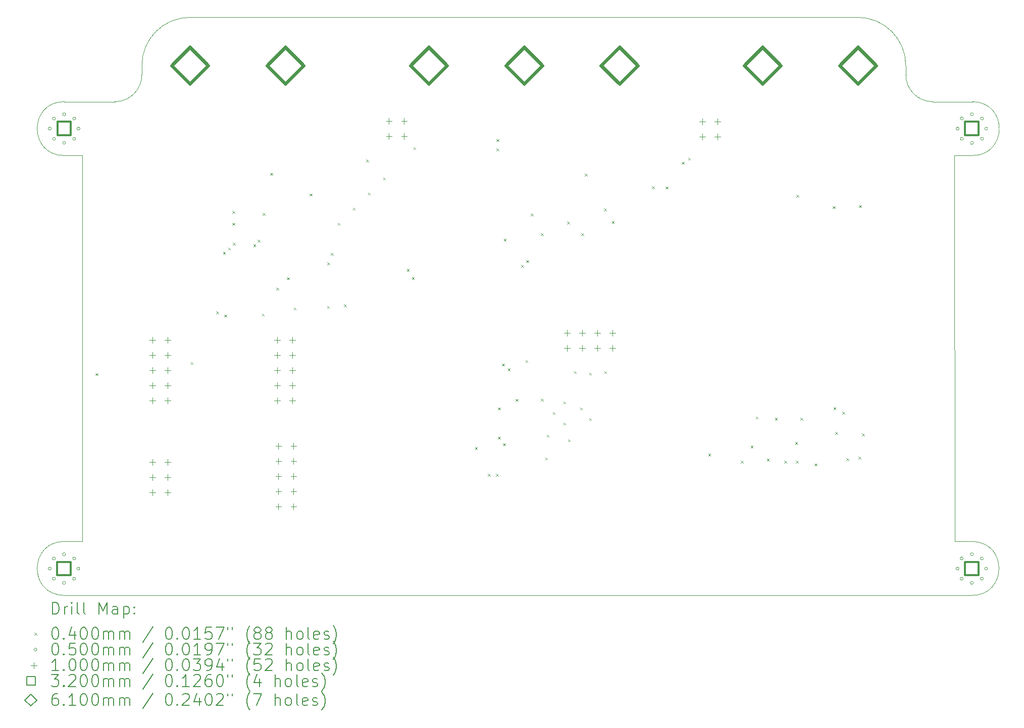
<source format=gbr>
%TF.GenerationSoftware,KiCad,Pcbnew,8.0.7*%
%TF.CreationDate,2024-12-10T19:07:20+08:00*%
%TF.ProjectId,RangkaianOpAmp,52616e67-6b61-4696-916e-4f70416d702e,rev?*%
%TF.SameCoordinates,Original*%
%TF.FileFunction,Drillmap*%
%TF.FilePolarity,Positive*%
%FSLAX45Y45*%
G04 Gerber Fmt 4.5, Leading zero omitted, Abs format (unit mm)*
G04 Created by KiCad (PCBNEW 8.0.7) date 2024-12-10 19:07:20*
%MOMM*%
%LPD*%
G01*
G04 APERTURE LIST*
%ADD10C,0.100000*%
%ADD11C,0.200000*%
%ADD12C,0.320000*%
%ADD13C,0.610000*%
G04 APERTURE END LIST*
D10*
X23835360Y-12694806D02*
X23535360Y-12694806D01*
X23830280Y-6218034D02*
X23530280Y-6218034D01*
X8602980Y-6217920D02*
X8902980Y-6217920D01*
X8602980Y-12694806D02*
X8902980Y-12694806D01*
X9453880Y-5313680D02*
X8602980Y-5313680D01*
X21910040Y-3898900D02*
X10711180Y-3898900D01*
X23840440Y-5313680D02*
X23167340Y-5313680D01*
X21910040Y-3898900D02*
G75*
G02*
X22715220Y-4704080I0J-805180D01*
G01*
X23167340Y-5313680D02*
G75*
G02*
X22715220Y-4861560I0J452120D01*
G01*
X22715220Y-4704080D02*
X22715220Y-4861560D01*
X9906000Y-4704080D02*
X9906000Y-4861560D01*
X9906000Y-4861560D02*
G75*
G02*
X9453880Y-5313680I-452120J0D01*
G01*
X9906000Y-4704080D02*
G75*
G02*
X10711180Y-3898900I805180J0D01*
G01*
X8902980Y-12694806D02*
X8902980Y-6217920D01*
X8592820Y-13599160D02*
X23825200Y-13599160D01*
X23535360Y-12694806D02*
X23530280Y-6218034D01*
X8592820Y-13599160D02*
G75*
G02*
X8602980Y-12694806I10160J452120D01*
G01*
X23835360Y-12694806D02*
G75*
G02*
X23825200Y-13599160I-10160J-452120D01*
G01*
X23840440Y-5313680D02*
G75*
G02*
X23830280Y-6218034I-10160J-452120D01*
G01*
X8602980Y-6217920D02*
G75*
G02*
X8602980Y-5313680I0J452120D01*
G01*
D11*
D10*
X9126540Y-9870760D02*
X9166540Y-9910760D01*
X9166540Y-9870760D02*
X9126540Y-9910760D01*
X10724200Y-9682800D02*
X10764200Y-9722800D01*
X10764200Y-9682800D02*
X10724200Y-9722800D01*
X11153460Y-8834440D02*
X11193460Y-8874440D01*
X11193460Y-8834440D02*
X11153460Y-8874440D01*
X11265220Y-7833680D02*
X11305220Y-7873680D01*
X11305220Y-7833680D02*
X11265220Y-7873680D01*
X11285540Y-8887780D02*
X11325540Y-8927780D01*
X11325540Y-8887780D02*
X11285540Y-8927780D01*
X11350310Y-7761290D02*
X11390310Y-7801290D01*
X11390310Y-7761290D02*
X11350310Y-7801290D01*
X11423537Y-7145724D02*
X11463537Y-7185724D01*
X11463537Y-7145724D02*
X11423537Y-7185724D01*
X11425077Y-7346384D02*
X11465077Y-7386384D01*
X11465077Y-7346384D02*
X11425077Y-7386384D01*
X11430320Y-7681280D02*
X11470320Y-7721280D01*
X11470320Y-7681280D02*
X11430320Y-7721280D01*
X11773220Y-7704140D02*
X11813220Y-7744140D01*
X11813220Y-7704140D02*
X11773220Y-7744140D01*
X11846880Y-7630480D02*
X11886880Y-7670480D01*
X11886880Y-7630480D02*
X11846880Y-7670480D01*
X11918000Y-8870000D02*
X11958000Y-8910000D01*
X11958000Y-8870000D02*
X11918000Y-8910000D01*
X11930700Y-7180900D02*
X11970700Y-7220900D01*
X11970700Y-7180900D02*
X11930700Y-7220900D01*
X12057700Y-6507800D02*
X12097700Y-6547800D01*
X12097700Y-6507800D02*
X12057700Y-6547800D01*
X12158030Y-8436930D02*
X12198030Y-8476930D01*
X12198030Y-8436930D02*
X12158030Y-8476930D01*
X12334560Y-8260400D02*
X12374560Y-8300400D01*
X12374560Y-8260400D02*
X12334560Y-8300400D01*
X12451400Y-8768400D02*
X12491400Y-8808400D01*
X12491400Y-8768400D02*
X12451400Y-8808400D01*
X12718100Y-6855780D02*
X12758100Y-6895780D01*
X12758100Y-6855780D02*
X12718100Y-6895780D01*
X13010200Y-8743000D02*
X13050200Y-8783000D01*
X13050200Y-8743000D02*
X13010200Y-8783000D01*
X13015280Y-8014020D02*
X13055280Y-8054020D01*
X13055280Y-8014020D02*
X13015280Y-8054020D01*
X13071160Y-7848920D02*
X13111160Y-7888920D01*
X13111160Y-7848920D02*
X13071160Y-7888920D01*
X13188000Y-7346000D02*
X13228000Y-7386000D01*
X13228000Y-7346000D02*
X13188000Y-7386000D01*
X13295950Y-8713790D02*
X13335950Y-8753790D01*
X13335950Y-8713790D02*
X13295950Y-8753790D01*
X13442000Y-7092000D02*
X13482000Y-7132000D01*
X13482000Y-7092000D02*
X13442000Y-7132000D01*
X13668060Y-6286820D02*
X13708060Y-6326820D01*
X13708060Y-6286820D02*
X13668060Y-6326820D01*
X13696000Y-6838000D02*
X13736000Y-6878000D01*
X13736000Y-6838000D02*
X13696000Y-6878000D01*
X13950000Y-6584000D02*
X13990000Y-6624000D01*
X13990000Y-6584000D02*
X13950000Y-6624000D01*
X14348780Y-8120700D02*
X14388780Y-8160700D01*
X14388780Y-8120700D02*
X14348780Y-8160700D01*
X14432600Y-8257860D02*
X14472600Y-8297860D01*
X14472600Y-8257860D02*
X14432600Y-8297860D01*
X14458000Y-6076000D02*
X14498000Y-6116000D01*
X14498000Y-6076000D02*
X14458000Y-6116000D01*
X15491780Y-11107740D02*
X15531780Y-11147740D01*
X15531780Y-11107740D02*
X15491780Y-11147740D01*
X15707680Y-11557320D02*
X15747680Y-11597320D01*
X15747680Y-11557320D02*
X15707680Y-11597320D01*
X15842300Y-11557320D02*
X15882300Y-11597320D01*
X15882300Y-11557320D02*
X15842300Y-11597320D01*
X15849920Y-5941380D02*
X15889920Y-5981380D01*
X15889920Y-5941380D02*
X15849920Y-5981380D01*
X15852460Y-6098860D02*
X15892460Y-6138860D01*
X15892460Y-6098860D02*
X15852460Y-6138860D01*
X15875320Y-10444800D02*
X15915320Y-10484800D01*
X15915320Y-10444800D02*
X15875320Y-10484800D01*
X15875320Y-10937560D02*
X15915320Y-10977560D01*
X15915320Y-10937560D02*
X15875320Y-10977560D01*
X15941360Y-9708200D02*
X15981360Y-9748200D01*
X15981360Y-9708200D02*
X15941360Y-9748200D01*
X15959140Y-11046780D02*
X15999140Y-11086780D01*
X15999140Y-11046780D02*
X15959140Y-11086780D01*
X15974380Y-7615240D02*
X16014380Y-7655240D01*
X16014380Y-7615240D02*
X15974380Y-7655240D01*
X16040420Y-9789480D02*
X16080420Y-9829480D01*
X16080420Y-9789480D02*
X16040420Y-9829480D01*
X16172500Y-10302560D02*
X16212500Y-10342560D01*
X16212500Y-10302560D02*
X16172500Y-10342560D01*
X16267750Y-8055930D02*
X16307750Y-8095930D01*
X16307750Y-8055930D02*
X16267750Y-8095930D01*
X16337600Y-9649780D02*
X16377600Y-9689780D01*
X16377600Y-9649780D02*
X16337600Y-9689780D01*
X16350300Y-7973380D02*
X16390300Y-8013380D01*
X16390300Y-7973380D02*
X16350300Y-8013380D01*
X16429040Y-7188520D02*
X16469040Y-7228520D01*
X16469040Y-7188520D02*
X16429040Y-7228520D01*
X16594706Y-7521178D02*
X16634706Y-7561178D01*
X16634706Y-7521178D02*
X16594706Y-7561178D01*
X16596680Y-10294940D02*
X16636680Y-10334940D01*
X16636680Y-10294940D02*
X16596680Y-10334940D01*
X16667800Y-11283000D02*
X16707800Y-11323000D01*
X16707800Y-11283000D02*
X16667800Y-11323000D01*
X16693200Y-10902000D02*
X16733200Y-10942000D01*
X16733200Y-10902000D02*
X16693200Y-10942000D01*
X16794800Y-10521000D02*
X16834800Y-10561000D01*
X16834800Y-10521000D02*
X16794800Y-10561000D01*
X16972600Y-10343200D02*
X17012600Y-10383200D01*
X17012600Y-10343200D02*
X16972600Y-10383200D01*
X16972600Y-10698800D02*
X17012600Y-10738800D01*
X17012600Y-10698800D02*
X16972600Y-10738800D01*
X17038640Y-7328220D02*
X17078640Y-7368220D01*
X17078640Y-7328220D02*
X17038640Y-7368220D01*
X17048800Y-10978200D02*
X17088800Y-11018200D01*
X17088800Y-10978200D02*
X17048800Y-11018200D01*
X17150400Y-9835200D02*
X17190400Y-9875200D01*
X17190400Y-9835200D02*
X17150400Y-9875200D01*
X17252000Y-10444800D02*
X17292000Y-10484800D01*
X17292000Y-10444800D02*
X17252000Y-10484800D01*
X17272320Y-7521260D02*
X17312320Y-7561260D01*
X17312320Y-7521260D02*
X17272320Y-7561260D01*
X17330740Y-6520500D02*
X17370740Y-6560500D01*
X17370740Y-6520500D02*
X17330740Y-6560500D01*
X17404400Y-9860600D02*
X17444400Y-9900600D01*
X17444400Y-9860600D02*
X17404400Y-9900600D01*
X17404400Y-10622600D02*
X17444400Y-10662600D01*
X17444400Y-10622600D02*
X17404400Y-10662600D01*
X17653320Y-7104700D02*
X17693320Y-7144700D01*
X17693320Y-7104700D02*
X17653320Y-7144700D01*
X17658400Y-9835200D02*
X17698400Y-9875200D01*
X17698400Y-9835200D02*
X17658400Y-9875200D01*
X17785400Y-7318060D02*
X17825400Y-7358060D01*
X17825400Y-7318060D02*
X17785400Y-7358060D01*
X18461040Y-6731320D02*
X18501040Y-6771320D01*
X18501040Y-6731320D02*
X18461040Y-6771320D01*
X18687100Y-6736400D02*
X18727100Y-6776400D01*
X18727100Y-6736400D02*
X18687100Y-6776400D01*
X18956340Y-6322380D02*
X18996340Y-6362380D01*
X18996340Y-6322380D02*
X18956340Y-6362380D01*
X19063020Y-6253800D02*
X19103020Y-6293800D01*
X19103020Y-6253800D02*
X19063020Y-6293800D01*
X19403380Y-11222040D02*
X19443380Y-11262040D01*
X19443380Y-11222040D02*
X19403380Y-11262040D01*
X19946940Y-11338880D02*
X19986940Y-11378880D01*
X19986940Y-11338880D02*
X19946940Y-11378880D01*
X20114580Y-11087420D02*
X20154580Y-11127420D01*
X20154580Y-11087420D02*
X20114580Y-11127420D01*
X20198400Y-10597200D02*
X20238400Y-10637200D01*
X20238400Y-10597200D02*
X20198400Y-10637200D01*
X20383820Y-11303320D02*
X20423820Y-11343320D01*
X20423820Y-11303320D02*
X20383820Y-11343320D01*
X20520980Y-10620060D02*
X20560980Y-10660060D01*
X20560980Y-10620060D02*
X20520980Y-10660060D01*
X20675920Y-11338880D02*
X20715920Y-11378880D01*
X20715920Y-11338880D02*
X20675920Y-11378880D01*
X20858800Y-11026460D02*
X20898800Y-11066460D01*
X20898800Y-11026460D02*
X20858800Y-11066460D01*
X20874040Y-11338880D02*
X20914040Y-11378880D01*
X20914040Y-11338880D02*
X20874040Y-11378880D01*
X20881660Y-6876100D02*
X20921660Y-6916100D01*
X20921660Y-6876100D02*
X20881660Y-6916100D01*
X20947700Y-10620060D02*
X20987700Y-10660060D01*
X20987700Y-10620060D02*
X20947700Y-10660060D01*
X21186460Y-11384600D02*
X21226460Y-11424600D01*
X21226460Y-11384600D02*
X21186460Y-11424600D01*
X21487120Y-7066600D02*
X21527120Y-7106600D01*
X21527120Y-7066600D02*
X21487120Y-7106600D01*
X21503399Y-10439720D02*
X21543399Y-10479720D01*
X21543399Y-10439720D02*
X21503399Y-10479720D01*
X21534440Y-10853740D02*
X21574440Y-10893740D01*
X21574440Y-10853740D02*
X21534440Y-10893740D01*
X21651280Y-10515920D02*
X21691280Y-10555920D01*
X21691280Y-10515920D02*
X21651280Y-10555920D01*
X21717320Y-11297300D02*
X21757320Y-11337300D01*
X21757320Y-11297300D02*
X21717320Y-11337300D01*
X21920520Y-11272840D02*
X21960520Y-11312840D01*
X21960520Y-11272840D02*
X21920520Y-11312840D01*
X21928140Y-7051360D02*
X21968140Y-7091360D01*
X21968140Y-7051360D02*
X21928140Y-7091360D01*
X21982750Y-10884220D02*
X22022750Y-10924220D01*
X22022750Y-10884220D02*
X21982750Y-10924220D01*
X8385914Y-13149106D02*
G75*
G02*
X8335914Y-13149106I-25000J0D01*
G01*
X8335914Y-13149106D02*
G75*
G02*
X8385914Y-13149106I25000J0D01*
G01*
X8387184Y-5765326D02*
G75*
G02*
X8337184Y-5765326I-25000J0D01*
G01*
X8337184Y-5765326D02*
G75*
G02*
X8387184Y-5765326I25000J0D01*
G01*
X8456209Y-12979400D02*
G75*
G02*
X8406209Y-12979400I-25000J0D01*
G01*
X8406209Y-12979400D02*
G75*
G02*
X8456209Y-12979400I25000J0D01*
G01*
X8456209Y-13318811D02*
G75*
G02*
X8406209Y-13318811I-25000J0D01*
G01*
X8406209Y-13318811D02*
G75*
G02*
X8456209Y-13318811I25000J0D01*
G01*
X8457479Y-5595620D02*
G75*
G02*
X8407479Y-5595620I-25000J0D01*
G01*
X8407479Y-5595620D02*
G75*
G02*
X8457479Y-5595620I25000J0D01*
G01*
X8457479Y-5935031D02*
G75*
G02*
X8407479Y-5935031I-25000J0D01*
G01*
X8407479Y-5935031D02*
G75*
G02*
X8457479Y-5935031I25000J0D01*
G01*
X8625914Y-12909106D02*
G75*
G02*
X8575914Y-12909106I-25000J0D01*
G01*
X8575914Y-12909106D02*
G75*
G02*
X8625914Y-12909106I25000J0D01*
G01*
X8625914Y-13389106D02*
G75*
G02*
X8575914Y-13389106I-25000J0D01*
G01*
X8575914Y-13389106D02*
G75*
G02*
X8625914Y-13389106I25000J0D01*
G01*
X8627184Y-5525326D02*
G75*
G02*
X8577184Y-5525326I-25000J0D01*
G01*
X8577184Y-5525326D02*
G75*
G02*
X8627184Y-5525326I25000J0D01*
G01*
X8627184Y-6005326D02*
G75*
G02*
X8577184Y-6005326I-25000J0D01*
G01*
X8577184Y-6005326D02*
G75*
G02*
X8627184Y-6005326I25000J0D01*
G01*
X8795620Y-12979400D02*
G75*
G02*
X8745620Y-12979400I-25000J0D01*
G01*
X8745620Y-12979400D02*
G75*
G02*
X8795620Y-12979400I25000J0D01*
G01*
X8795620Y-13318811D02*
G75*
G02*
X8745620Y-13318811I-25000J0D01*
G01*
X8745620Y-13318811D02*
G75*
G02*
X8795620Y-13318811I25000J0D01*
G01*
X8796890Y-5595620D02*
G75*
G02*
X8746890Y-5595620I-25000J0D01*
G01*
X8746890Y-5595620D02*
G75*
G02*
X8796890Y-5595620I25000J0D01*
G01*
X8796890Y-5935031D02*
G75*
G02*
X8746890Y-5935031I-25000J0D01*
G01*
X8746890Y-5935031D02*
G75*
G02*
X8796890Y-5935031I25000J0D01*
G01*
X8865914Y-13149106D02*
G75*
G02*
X8815914Y-13149106I-25000J0D01*
G01*
X8815914Y-13149106D02*
G75*
G02*
X8865914Y-13149106I25000J0D01*
G01*
X8867184Y-5765326D02*
G75*
G02*
X8817184Y-5765326I-25000J0D01*
G01*
X8817184Y-5765326D02*
G75*
G02*
X8867184Y-5765326I25000J0D01*
G01*
X23606894Y-13149106D02*
G75*
G02*
X23556894Y-13149106I-25000J0D01*
G01*
X23556894Y-13149106D02*
G75*
G02*
X23606894Y-13149106I25000J0D01*
G01*
X23608930Y-5765326D02*
G75*
G02*
X23558930Y-5765326I-25000J0D01*
G01*
X23558930Y-5765326D02*
G75*
G02*
X23608930Y-5765326I25000J0D01*
G01*
X23677189Y-12979400D02*
G75*
G02*
X23627189Y-12979400I-25000J0D01*
G01*
X23627189Y-12979400D02*
G75*
G02*
X23677189Y-12979400I25000J0D01*
G01*
X23677189Y-13318811D02*
G75*
G02*
X23627189Y-13318811I-25000J0D01*
G01*
X23627189Y-13318811D02*
G75*
G02*
X23677189Y-13318811I25000J0D01*
G01*
X23679224Y-5595620D02*
G75*
G02*
X23629224Y-5595620I-25000J0D01*
G01*
X23629224Y-5595620D02*
G75*
G02*
X23679224Y-5595620I25000J0D01*
G01*
X23679224Y-5935031D02*
G75*
G02*
X23629224Y-5935031I-25000J0D01*
G01*
X23629224Y-5935031D02*
G75*
G02*
X23679224Y-5935031I25000J0D01*
G01*
X23846894Y-12909106D02*
G75*
G02*
X23796894Y-12909106I-25000J0D01*
G01*
X23796894Y-12909106D02*
G75*
G02*
X23846894Y-12909106I25000J0D01*
G01*
X23846894Y-13389106D02*
G75*
G02*
X23796894Y-13389106I-25000J0D01*
G01*
X23796894Y-13389106D02*
G75*
G02*
X23846894Y-13389106I25000J0D01*
G01*
X23848930Y-5525326D02*
G75*
G02*
X23798930Y-5525326I-25000J0D01*
G01*
X23798930Y-5525326D02*
G75*
G02*
X23848930Y-5525326I25000J0D01*
G01*
X23848930Y-6005326D02*
G75*
G02*
X23798930Y-6005326I-25000J0D01*
G01*
X23798930Y-6005326D02*
G75*
G02*
X23848930Y-6005326I25000J0D01*
G01*
X24016600Y-12979400D02*
G75*
G02*
X23966600Y-12979400I-25000J0D01*
G01*
X23966600Y-12979400D02*
G75*
G02*
X24016600Y-12979400I25000J0D01*
G01*
X24016600Y-13318811D02*
G75*
G02*
X23966600Y-13318811I-25000J0D01*
G01*
X23966600Y-13318811D02*
G75*
G02*
X24016600Y-13318811I25000J0D01*
G01*
X24018636Y-5595620D02*
G75*
G02*
X23968636Y-5595620I-25000J0D01*
G01*
X23968636Y-5595620D02*
G75*
G02*
X24018636Y-5595620I25000J0D01*
G01*
X24018636Y-5935031D02*
G75*
G02*
X23968636Y-5935031I-25000J0D01*
G01*
X23968636Y-5935031D02*
G75*
G02*
X24018636Y-5935031I25000J0D01*
G01*
X24086894Y-13149106D02*
G75*
G02*
X24036894Y-13149106I-25000J0D01*
G01*
X24036894Y-13149106D02*
G75*
G02*
X24086894Y-13149106I25000J0D01*
G01*
X24088930Y-5765326D02*
G75*
G02*
X24038930Y-5765326I-25000J0D01*
G01*
X24038930Y-5765326D02*
G75*
G02*
X24088930Y-5765326I25000J0D01*
G01*
X10084570Y-9264505D02*
X10084570Y-9364505D01*
X10034570Y-9314505D02*
X10134570Y-9314505D01*
X10084570Y-9518505D02*
X10084570Y-9618505D01*
X10034570Y-9568505D02*
X10134570Y-9568505D01*
X10084570Y-9772505D02*
X10084570Y-9872505D01*
X10034570Y-9822505D02*
X10134570Y-9822505D01*
X10084570Y-10026505D02*
X10084570Y-10126505D01*
X10034570Y-10076505D02*
X10134570Y-10076505D01*
X10084570Y-10280505D02*
X10084570Y-10380505D01*
X10034570Y-10330505D02*
X10134570Y-10330505D01*
X10084570Y-11310565D02*
X10084570Y-11410565D01*
X10034570Y-11360565D02*
X10134570Y-11360565D01*
X10084570Y-11564565D02*
X10084570Y-11664565D01*
X10034570Y-11614565D02*
X10134570Y-11614565D01*
X10084570Y-11818565D02*
X10084570Y-11918565D01*
X10034570Y-11868565D02*
X10134570Y-11868565D01*
X10338570Y-9264505D02*
X10338570Y-9364505D01*
X10288570Y-9314505D02*
X10388570Y-9314505D01*
X10338570Y-9518505D02*
X10338570Y-9618505D01*
X10288570Y-9568505D02*
X10388570Y-9568505D01*
X10338570Y-9772505D02*
X10338570Y-9872505D01*
X10288570Y-9822505D02*
X10388570Y-9822505D01*
X10338570Y-10026505D02*
X10338570Y-10126505D01*
X10288570Y-10076505D02*
X10388570Y-10076505D01*
X10338570Y-10280505D02*
X10338570Y-10380505D01*
X10288570Y-10330505D02*
X10388570Y-10330505D01*
X10338570Y-11310565D02*
X10338570Y-11410565D01*
X10288570Y-11360565D02*
X10388570Y-11360565D01*
X10338570Y-11564565D02*
X10338570Y-11664565D01*
X10288570Y-11614565D02*
X10388570Y-11614565D01*
X10338570Y-11818565D02*
X10338570Y-11918565D01*
X10288570Y-11868565D02*
X10388570Y-11868565D01*
X12178030Y-9264005D02*
X12178030Y-9364005D01*
X12128030Y-9314005D02*
X12228030Y-9314005D01*
X12178030Y-9518005D02*
X12178030Y-9618005D01*
X12128030Y-9568005D02*
X12228030Y-9568005D01*
X12178030Y-9772005D02*
X12178030Y-9872005D01*
X12128030Y-9822005D02*
X12228030Y-9822005D01*
X12178030Y-10026005D02*
X12178030Y-10126005D01*
X12128030Y-10076005D02*
X12228030Y-10076005D01*
X12178030Y-10280005D02*
X12178030Y-10380005D01*
X12128030Y-10330005D02*
X12228030Y-10330005D01*
X12195810Y-11045080D02*
X12195810Y-11145080D01*
X12145810Y-11095080D02*
X12245810Y-11095080D01*
X12195810Y-11299080D02*
X12195810Y-11399080D01*
X12145810Y-11349080D02*
X12245810Y-11349080D01*
X12195810Y-11553080D02*
X12195810Y-11653080D01*
X12145810Y-11603080D02*
X12245810Y-11603080D01*
X12195810Y-11807080D02*
X12195810Y-11907080D01*
X12145810Y-11857080D02*
X12245810Y-11857080D01*
X12195810Y-12061080D02*
X12195810Y-12161080D01*
X12145810Y-12111080D02*
X12245810Y-12111080D01*
X12432030Y-9264005D02*
X12432030Y-9364005D01*
X12382030Y-9314005D02*
X12482030Y-9314005D01*
X12432030Y-9518005D02*
X12432030Y-9618005D01*
X12382030Y-9568005D02*
X12482030Y-9568005D01*
X12432030Y-9772005D02*
X12432030Y-9872005D01*
X12382030Y-9822005D02*
X12482030Y-9822005D01*
X12432030Y-10026005D02*
X12432030Y-10126005D01*
X12382030Y-10076005D02*
X12482030Y-10076005D01*
X12432030Y-10280005D02*
X12432030Y-10380005D01*
X12382030Y-10330005D02*
X12482030Y-10330005D01*
X12449810Y-11045080D02*
X12449810Y-11145080D01*
X12399810Y-11095080D02*
X12499810Y-11095080D01*
X12449810Y-11299080D02*
X12449810Y-11399080D01*
X12399810Y-11349080D02*
X12499810Y-11349080D01*
X12449810Y-11553080D02*
X12449810Y-11653080D01*
X12399810Y-11603080D02*
X12499810Y-11603080D01*
X12449810Y-11807080D02*
X12449810Y-11907080D01*
X12399810Y-11857080D02*
X12499810Y-11857080D01*
X12449810Y-12061080D02*
X12449810Y-12161080D01*
X12399810Y-12111080D02*
X12499810Y-12111080D01*
X14050010Y-5586260D02*
X14050010Y-5686260D01*
X14000010Y-5636260D02*
X14100010Y-5636260D01*
X14050010Y-5840260D02*
X14050010Y-5940260D01*
X14000010Y-5890260D02*
X14100010Y-5890260D01*
X14304010Y-5586260D02*
X14304010Y-5686260D01*
X14254010Y-5636260D02*
X14354010Y-5636260D01*
X14304010Y-5840260D02*
X14304010Y-5940260D01*
X14254010Y-5890260D02*
X14354010Y-5890260D01*
X17037050Y-9144800D02*
X17037050Y-9244800D01*
X16987050Y-9194800D02*
X17087050Y-9194800D01*
X17037050Y-9398800D02*
X17037050Y-9498800D01*
X16987050Y-9448800D02*
X17087050Y-9448800D01*
X17291050Y-9144800D02*
X17291050Y-9244800D01*
X17241050Y-9194800D02*
X17341050Y-9194800D01*
X17291050Y-9398800D02*
X17291050Y-9498800D01*
X17241050Y-9448800D02*
X17341050Y-9448800D01*
X17545050Y-9144800D02*
X17545050Y-9244800D01*
X17495050Y-9194800D02*
X17595050Y-9194800D01*
X17545050Y-9398800D02*
X17545050Y-9498800D01*
X17495050Y-9448800D02*
X17595050Y-9448800D01*
X17799050Y-9144800D02*
X17799050Y-9244800D01*
X17749050Y-9194800D02*
X17849050Y-9194800D01*
X17799050Y-9398800D02*
X17799050Y-9498800D01*
X17749050Y-9448800D02*
X17849050Y-9448800D01*
X19305270Y-5598960D02*
X19305270Y-5698960D01*
X19255270Y-5648960D02*
X19355270Y-5648960D01*
X19305270Y-5852960D02*
X19305270Y-5952960D01*
X19255270Y-5902960D02*
X19355270Y-5902960D01*
X19559270Y-5598960D02*
X19559270Y-5698960D01*
X19509270Y-5648960D02*
X19609270Y-5648960D01*
X19559270Y-5852960D02*
X19559270Y-5952960D01*
X19509270Y-5902960D02*
X19609270Y-5902960D01*
D12*
X8714053Y-13262244D02*
X8714053Y-13035967D01*
X8487776Y-13035967D01*
X8487776Y-13262244D01*
X8714053Y-13262244D01*
X8715323Y-5878464D02*
X8715323Y-5652187D01*
X8489046Y-5652187D01*
X8489046Y-5878464D01*
X8715323Y-5878464D01*
X23935033Y-13262244D02*
X23935033Y-13035967D01*
X23708756Y-13035967D01*
X23708756Y-13262244D01*
X23935033Y-13262244D01*
X23937068Y-5878464D02*
X23937068Y-5652187D01*
X23710792Y-5652187D01*
X23710792Y-5878464D01*
X23937068Y-5878464D01*
D13*
X10711347Y-5009080D02*
X11016347Y-4704080D01*
X10711347Y-4399080D01*
X10406347Y-4704080D01*
X10711347Y-5009080D01*
X12311347Y-5009080D02*
X12616347Y-4704080D01*
X12311347Y-4399080D01*
X12006347Y-4704080D01*
X12311347Y-5009080D01*
X14711347Y-5009080D02*
X15016347Y-4704080D01*
X14711347Y-4399080D01*
X14406347Y-4704080D01*
X14711347Y-5009080D01*
X16311347Y-5009080D02*
X16616347Y-4704080D01*
X16311347Y-4399080D01*
X16006347Y-4704080D01*
X16311347Y-5009080D01*
X17911347Y-5009080D02*
X18216347Y-4704080D01*
X17911347Y-4399080D01*
X17606347Y-4704080D01*
X17911347Y-5009080D01*
X20311347Y-5009080D02*
X20616347Y-4704080D01*
X20311347Y-4399080D01*
X20006347Y-4704080D01*
X20311347Y-5009080D01*
X21911347Y-5009080D02*
X22216347Y-4704080D01*
X21911347Y-4399080D01*
X21606347Y-4704080D01*
X21911347Y-5009080D01*
D11*
X8406523Y-13915644D02*
X8406523Y-13715644D01*
X8406523Y-13715644D02*
X8454142Y-13715644D01*
X8454142Y-13715644D02*
X8482713Y-13725168D01*
X8482713Y-13725168D02*
X8501761Y-13744215D01*
X8501761Y-13744215D02*
X8511285Y-13763263D01*
X8511285Y-13763263D02*
X8520808Y-13801358D01*
X8520808Y-13801358D02*
X8520808Y-13829929D01*
X8520808Y-13829929D02*
X8511285Y-13868025D01*
X8511285Y-13868025D02*
X8501761Y-13887072D01*
X8501761Y-13887072D02*
X8482713Y-13906120D01*
X8482713Y-13906120D02*
X8454142Y-13915644D01*
X8454142Y-13915644D02*
X8406523Y-13915644D01*
X8606523Y-13915644D02*
X8606523Y-13782310D01*
X8606523Y-13820406D02*
X8616047Y-13801358D01*
X8616047Y-13801358D02*
X8625570Y-13791834D01*
X8625570Y-13791834D02*
X8644618Y-13782310D01*
X8644618Y-13782310D02*
X8663666Y-13782310D01*
X8730332Y-13915644D02*
X8730332Y-13782310D01*
X8730332Y-13715644D02*
X8720808Y-13725168D01*
X8720808Y-13725168D02*
X8730332Y-13734691D01*
X8730332Y-13734691D02*
X8739856Y-13725168D01*
X8739856Y-13725168D02*
X8730332Y-13715644D01*
X8730332Y-13715644D02*
X8730332Y-13734691D01*
X8854142Y-13915644D02*
X8835094Y-13906120D01*
X8835094Y-13906120D02*
X8825570Y-13887072D01*
X8825570Y-13887072D02*
X8825570Y-13715644D01*
X8958904Y-13915644D02*
X8939856Y-13906120D01*
X8939856Y-13906120D02*
X8930332Y-13887072D01*
X8930332Y-13887072D02*
X8930332Y-13715644D01*
X9187475Y-13915644D02*
X9187475Y-13715644D01*
X9187475Y-13715644D02*
X9254142Y-13858501D01*
X9254142Y-13858501D02*
X9320808Y-13715644D01*
X9320808Y-13715644D02*
X9320808Y-13915644D01*
X9501761Y-13915644D02*
X9501761Y-13810882D01*
X9501761Y-13810882D02*
X9492237Y-13791834D01*
X9492237Y-13791834D02*
X9473189Y-13782310D01*
X9473189Y-13782310D02*
X9435094Y-13782310D01*
X9435094Y-13782310D02*
X9416047Y-13791834D01*
X9501761Y-13906120D02*
X9482713Y-13915644D01*
X9482713Y-13915644D02*
X9435094Y-13915644D01*
X9435094Y-13915644D02*
X9416047Y-13906120D01*
X9416047Y-13906120D02*
X9406523Y-13887072D01*
X9406523Y-13887072D02*
X9406523Y-13868025D01*
X9406523Y-13868025D02*
X9416047Y-13848977D01*
X9416047Y-13848977D02*
X9435094Y-13839453D01*
X9435094Y-13839453D02*
X9482713Y-13839453D01*
X9482713Y-13839453D02*
X9501761Y-13829929D01*
X9596999Y-13782310D02*
X9596999Y-13982310D01*
X9596999Y-13791834D02*
X9616047Y-13782310D01*
X9616047Y-13782310D02*
X9654142Y-13782310D01*
X9654142Y-13782310D02*
X9673189Y-13791834D01*
X9673189Y-13791834D02*
X9682713Y-13801358D01*
X9682713Y-13801358D02*
X9692237Y-13820406D01*
X9692237Y-13820406D02*
X9692237Y-13877548D01*
X9692237Y-13877548D02*
X9682713Y-13896596D01*
X9682713Y-13896596D02*
X9673189Y-13906120D01*
X9673189Y-13906120D02*
X9654142Y-13915644D01*
X9654142Y-13915644D02*
X9616047Y-13915644D01*
X9616047Y-13915644D02*
X9596999Y-13906120D01*
X9777951Y-13896596D02*
X9787475Y-13906120D01*
X9787475Y-13906120D02*
X9777951Y-13915644D01*
X9777951Y-13915644D02*
X9768428Y-13906120D01*
X9768428Y-13906120D02*
X9777951Y-13896596D01*
X9777951Y-13896596D02*
X9777951Y-13915644D01*
X9777951Y-13791834D02*
X9787475Y-13801358D01*
X9787475Y-13801358D02*
X9777951Y-13810882D01*
X9777951Y-13810882D02*
X9768428Y-13801358D01*
X9768428Y-13801358D02*
X9777951Y-13791834D01*
X9777951Y-13791834D02*
X9777951Y-13810882D01*
D10*
X8105746Y-14224160D02*
X8145746Y-14264160D01*
X8145746Y-14224160D02*
X8105746Y-14264160D01*
D11*
X8444618Y-14135644D02*
X8463666Y-14135644D01*
X8463666Y-14135644D02*
X8482713Y-14145168D01*
X8482713Y-14145168D02*
X8492237Y-14154691D01*
X8492237Y-14154691D02*
X8501761Y-14173739D01*
X8501761Y-14173739D02*
X8511285Y-14211834D01*
X8511285Y-14211834D02*
X8511285Y-14259453D01*
X8511285Y-14259453D02*
X8501761Y-14297548D01*
X8501761Y-14297548D02*
X8492237Y-14316596D01*
X8492237Y-14316596D02*
X8482713Y-14326120D01*
X8482713Y-14326120D02*
X8463666Y-14335644D01*
X8463666Y-14335644D02*
X8444618Y-14335644D01*
X8444618Y-14335644D02*
X8425570Y-14326120D01*
X8425570Y-14326120D02*
X8416047Y-14316596D01*
X8416047Y-14316596D02*
X8406523Y-14297548D01*
X8406523Y-14297548D02*
X8396999Y-14259453D01*
X8396999Y-14259453D02*
X8396999Y-14211834D01*
X8396999Y-14211834D02*
X8406523Y-14173739D01*
X8406523Y-14173739D02*
X8416047Y-14154691D01*
X8416047Y-14154691D02*
X8425570Y-14145168D01*
X8425570Y-14145168D02*
X8444618Y-14135644D01*
X8596999Y-14316596D02*
X8606523Y-14326120D01*
X8606523Y-14326120D02*
X8596999Y-14335644D01*
X8596999Y-14335644D02*
X8587475Y-14326120D01*
X8587475Y-14326120D02*
X8596999Y-14316596D01*
X8596999Y-14316596D02*
X8596999Y-14335644D01*
X8777951Y-14202310D02*
X8777951Y-14335644D01*
X8730332Y-14126120D02*
X8682713Y-14268977D01*
X8682713Y-14268977D02*
X8806523Y-14268977D01*
X8920808Y-14135644D02*
X8939856Y-14135644D01*
X8939856Y-14135644D02*
X8958904Y-14145168D01*
X8958904Y-14145168D02*
X8968428Y-14154691D01*
X8968428Y-14154691D02*
X8977951Y-14173739D01*
X8977951Y-14173739D02*
X8987475Y-14211834D01*
X8987475Y-14211834D02*
X8987475Y-14259453D01*
X8987475Y-14259453D02*
X8977951Y-14297548D01*
X8977951Y-14297548D02*
X8968428Y-14316596D01*
X8968428Y-14316596D02*
X8958904Y-14326120D01*
X8958904Y-14326120D02*
X8939856Y-14335644D01*
X8939856Y-14335644D02*
X8920808Y-14335644D01*
X8920808Y-14335644D02*
X8901761Y-14326120D01*
X8901761Y-14326120D02*
X8892237Y-14316596D01*
X8892237Y-14316596D02*
X8882713Y-14297548D01*
X8882713Y-14297548D02*
X8873189Y-14259453D01*
X8873189Y-14259453D02*
X8873189Y-14211834D01*
X8873189Y-14211834D02*
X8882713Y-14173739D01*
X8882713Y-14173739D02*
X8892237Y-14154691D01*
X8892237Y-14154691D02*
X8901761Y-14145168D01*
X8901761Y-14145168D02*
X8920808Y-14135644D01*
X9111285Y-14135644D02*
X9130332Y-14135644D01*
X9130332Y-14135644D02*
X9149380Y-14145168D01*
X9149380Y-14145168D02*
X9158904Y-14154691D01*
X9158904Y-14154691D02*
X9168428Y-14173739D01*
X9168428Y-14173739D02*
X9177951Y-14211834D01*
X9177951Y-14211834D02*
X9177951Y-14259453D01*
X9177951Y-14259453D02*
X9168428Y-14297548D01*
X9168428Y-14297548D02*
X9158904Y-14316596D01*
X9158904Y-14316596D02*
X9149380Y-14326120D01*
X9149380Y-14326120D02*
X9130332Y-14335644D01*
X9130332Y-14335644D02*
X9111285Y-14335644D01*
X9111285Y-14335644D02*
X9092237Y-14326120D01*
X9092237Y-14326120D02*
X9082713Y-14316596D01*
X9082713Y-14316596D02*
X9073189Y-14297548D01*
X9073189Y-14297548D02*
X9063666Y-14259453D01*
X9063666Y-14259453D02*
X9063666Y-14211834D01*
X9063666Y-14211834D02*
X9073189Y-14173739D01*
X9073189Y-14173739D02*
X9082713Y-14154691D01*
X9082713Y-14154691D02*
X9092237Y-14145168D01*
X9092237Y-14145168D02*
X9111285Y-14135644D01*
X9263666Y-14335644D02*
X9263666Y-14202310D01*
X9263666Y-14221358D02*
X9273189Y-14211834D01*
X9273189Y-14211834D02*
X9292237Y-14202310D01*
X9292237Y-14202310D02*
X9320809Y-14202310D01*
X9320809Y-14202310D02*
X9339856Y-14211834D01*
X9339856Y-14211834D02*
X9349380Y-14230882D01*
X9349380Y-14230882D02*
X9349380Y-14335644D01*
X9349380Y-14230882D02*
X9358904Y-14211834D01*
X9358904Y-14211834D02*
X9377951Y-14202310D01*
X9377951Y-14202310D02*
X9406523Y-14202310D01*
X9406523Y-14202310D02*
X9425570Y-14211834D01*
X9425570Y-14211834D02*
X9435094Y-14230882D01*
X9435094Y-14230882D02*
X9435094Y-14335644D01*
X9530332Y-14335644D02*
X9530332Y-14202310D01*
X9530332Y-14221358D02*
X9539856Y-14211834D01*
X9539856Y-14211834D02*
X9558904Y-14202310D01*
X9558904Y-14202310D02*
X9587475Y-14202310D01*
X9587475Y-14202310D02*
X9606523Y-14211834D01*
X9606523Y-14211834D02*
X9616047Y-14230882D01*
X9616047Y-14230882D02*
X9616047Y-14335644D01*
X9616047Y-14230882D02*
X9625570Y-14211834D01*
X9625570Y-14211834D02*
X9644618Y-14202310D01*
X9644618Y-14202310D02*
X9673189Y-14202310D01*
X9673189Y-14202310D02*
X9692237Y-14211834D01*
X9692237Y-14211834D02*
X9701761Y-14230882D01*
X9701761Y-14230882D02*
X9701761Y-14335644D01*
X10092237Y-14126120D02*
X9920809Y-14383263D01*
X10349380Y-14135644D02*
X10368428Y-14135644D01*
X10368428Y-14135644D02*
X10387475Y-14145168D01*
X10387475Y-14145168D02*
X10396999Y-14154691D01*
X10396999Y-14154691D02*
X10406523Y-14173739D01*
X10406523Y-14173739D02*
X10416047Y-14211834D01*
X10416047Y-14211834D02*
X10416047Y-14259453D01*
X10416047Y-14259453D02*
X10406523Y-14297548D01*
X10406523Y-14297548D02*
X10396999Y-14316596D01*
X10396999Y-14316596D02*
X10387475Y-14326120D01*
X10387475Y-14326120D02*
X10368428Y-14335644D01*
X10368428Y-14335644D02*
X10349380Y-14335644D01*
X10349380Y-14335644D02*
X10330332Y-14326120D01*
X10330332Y-14326120D02*
X10320809Y-14316596D01*
X10320809Y-14316596D02*
X10311285Y-14297548D01*
X10311285Y-14297548D02*
X10301761Y-14259453D01*
X10301761Y-14259453D02*
X10301761Y-14211834D01*
X10301761Y-14211834D02*
X10311285Y-14173739D01*
X10311285Y-14173739D02*
X10320809Y-14154691D01*
X10320809Y-14154691D02*
X10330332Y-14145168D01*
X10330332Y-14145168D02*
X10349380Y-14135644D01*
X10501761Y-14316596D02*
X10511285Y-14326120D01*
X10511285Y-14326120D02*
X10501761Y-14335644D01*
X10501761Y-14335644D02*
X10492237Y-14326120D01*
X10492237Y-14326120D02*
X10501761Y-14316596D01*
X10501761Y-14316596D02*
X10501761Y-14335644D01*
X10635094Y-14135644D02*
X10654142Y-14135644D01*
X10654142Y-14135644D02*
X10673190Y-14145168D01*
X10673190Y-14145168D02*
X10682713Y-14154691D01*
X10682713Y-14154691D02*
X10692237Y-14173739D01*
X10692237Y-14173739D02*
X10701761Y-14211834D01*
X10701761Y-14211834D02*
X10701761Y-14259453D01*
X10701761Y-14259453D02*
X10692237Y-14297548D01*
X10692237Y-14297548D02*
X10682713Y-14316596D01*
X10682713Y-14316596D02*
X10673190Y-14326120D01*
X10673190Y-14326120D02*
X10654142Y-14335644D01*
X10654142Y-14335644D02*
X10635094Y-14335644D01*
X10635094Y-14335644D02*
X10616047Y-14326120D01*
X10616047Y-14326120D02*
X10606523Y-14316596D01*
X10606523Y-14316596D02*
X10596999Y-14297548D01*
X10596999Y-14297548D02*
X10587475Y-14259453D01*
X10587475Y-14259453D02*
X10587475Y-14211834D01*
X10587475Y-14211834D02*
X10596999Y-14173739D01*
X10596999Y-14173739D02*
X10606523Y-14154691D01*
X10606523Y-14154691D02*
X10616047Y-14145168D01*
X10616047Y-14145168D02*
X10635094Y-14135644D01*
X10892237Y-14335644D02*
X10777952Y-14335644D01*
X10835094Y-14335644D02*
X10835094Y-14135644D01*
X10835094Y-14135644D02*
X10816047Y-14164215D01*
X10816047Y-14164215D02*
X10796999Y-14183263D01*
X10796999Y-14183263D02*
X10777952Y-14192787D01*
X11073190Y-14135644D02*
X10977952Y-14135644D01*
X10977952Y-14135644D02*
X10968428Y-14230882D01*
X10968428Y-14230882D02*
X10977952Y-14221358D01*
X10977952Y-14221358D02*
X10996999Y-14211834D01*
X10996999Y-14211834D02*
X11044618Y-14211834D01*
X11044618Y-14211834D02*
X11063666Y-14221358D01*
X11063666Y-14221358D02*
X11073190Y-14230882D01*
X11073190Y-14230882D02*
X11082713Y-14249929D01*
X11082713Y-14249929D02*
X11082713Y-14297548D01*
X11082713Y-14297548D02*
X11073190Y-14316596D01*
X11073190Y-14316596D02*
X11063666Y-14326120D01*
X11063666Y-14326120D02*
X11044618Y-14335644D01*
X11044618Y-14335644D02*
X10996999Y-14335644D01*
X10996999Y-14335644D02*
X10977952Y-14326120D01*
X10977952Y-14326120D02*
X10968428Y-14316596D01*
X11149380Y-14135644D02*
X11282713Y-14135644D01*
X11282713Y-14135644D02*
X11196999Y-14335644D01*
X11349380Y-14135644D02*
X11349380Y-14173739D01*
X11425571Y-14135644D02*
X11425571Y-14173739D01*
X11720809Y-14411834D02*
X11711285Y-14402310D01*
X11711285Y-14402310D02*
X11692237Y-14373739D01*
X11692237Y-14373739D02*
X11682713Y-14354691D01*
X11682713Y-14354691D02*
X11673190Y-14326120D01*
X11673190Y-14326120D02*
X11663666Y-14278501D01*
X11663666Y-14278501D02*
X11663666Y-14240406D01*
X11663666Y-14240406D02*
X11673190Y-14192787D01*
X11673190Y-14192787D02*
X11682713Y-14164215D01*
X11682713Y-14164215D02*
X11692237Y-14145168D01*
X11692237Y-14145168D02*
X11711285Y-14116596D01*
X11711285Y-14116596D02*
X11720809Y-14107072D01*
X11825571Y-14221358D02*
X11806523Y-14211834D01*
X11806523Y-14211834D02*
X11796999Y-14202310D01*
X11796999Y-14202310D02*
X11787475Y-14183263D01*
X11787475Y-14183263D02*
X11787475Y-14173739D01*
X11787475Y-14173739D02*
X11796999Y-14154691D01*
X11796999Y-14154691D02*
X11806523Y-14145168D01*
X11806523Y-14145168D02*
X11825571Y-14135644D01*
X11825571Y-14135644D02*
X11863666Y-14135644D01*
X11863666Y-14135644D02*
X11882713Y-14145168D01*
X11882713Y-14145168D02*
X11892237Y-14154691D01*
X11892237Y-14154691D02*
X11901761Y-14173739D01*
X11901761Y-14173739D02*
X11901761Y-14183263D01*
X11901761Y-14183263D02*
X11892237Y-14202310D01*
X11892237Y-14202310D02*
X11882713Y-14211834D01*
X11882713Y-14211834D02*
X11863666Y-14221358D01*
X11863666Y-14221358D02*
X11825571Y-14221358D01*
X11825571Y-14221358D02*
X11806523Y-14230882D01*
X11806523Y-14230882D02*
X11796999Y-14240406D01*
X11796999Y-14240406D02*
X11787475Y-14259453D01*
X11787475Y-14259453D02*
X11787475Y-14297548D01*
X11787475Y-14297548D02*
X11796999Y-14316596D01*
X11796999Y-14316596D02*
X11806523Y-14326120D01*
X11806523Y-14326120D02*
X11825571Y-14335644D01*
X11825571Y-14335644D02*
X11863666Y-14335644D01*
X11863666Y-14335644D02*
X11882713Y-14326120D01*
X11882713Y-14326120D02*
X11892237Y-14316596D01*
X11892237Y-14316596D02*
X11901761Y-14297548D01*
X11901761Y-14297548D02*
X11901761Y-14259453D01*
X11901761Y-14259453D02*
X11892237Y-14240406D01*
X11892237Y-14240406D02*
X11882713Y-14230882D01*
X11882713Y-14230882D02*
X11863666Y-14221358D01*
X12016047Y-14221358D02*
X11996999Y-14211834D01*
X11996999Y-14211834D02*
X11987475Y-14202310D01*
X11987475Y-14202310D02*
X11977952Y-14183263D01*
X11977952Y-14183263D02*
X11977952Y-14173739D01*
X11977952Y-14173739D02*
X11987475Y-14154691D01*
X11987475Y-14154691D02*
X11996999Y-14145168D01*
X11996999Y-14145168D02*
X12016047Y-14135644D01*
X12016047Y-14135644D02*
X12054142Y-14135644D01*
X12054142Y-14135644D02*
X12073190Y-14145168D01*
X12073190Y-14145168D02*
X12082713Y-14154691D01*
X12082713Y-14154691D02*
X12092237Y-14173739D01*
X12092237Y-14173739D02*
X12092237Y-14183263D01*
X12092237Y-14183263D02*
X12082713Y-14202310D01*
X12082713Y-14202310D02*
X12073190Y-14211834D01*
X12073190Y-14211834D02*
X12054142Y-14221358D01*
X12054142Y-14221358D02*
X12016047Y-14221358D01*
X12016047Y-14221358D02*
X11996999Y-14230882D01*
X11996999Y-14230882D02*
X11987475Y-14240406D01*
X11987475Y-14240406D02*
X11977952Y-14259453D01*
X11977952Y-14259453D02*
X11977952Y-14297548D01*
X11977952Y-14297548D02*
X11987475Y-14316596D01*
X11987475Y-14316596D02*
X11996999Y-14326120D01*
X11996999Y-14326120D02*
X12016047Y-14335644D01*
X12016047Y-14335644D02*
X12054142Y-14335644D01*
X12054142Y-14335644D02*
X12073190Y-14326120D01*
X12073190Y-14326120D02*
X12082713Y-14316596D01*
X12082713Y-14316596D02*
X12092237Y-14297548D01*
X12092237Y-14297548D02*
X12092237Y-14259453D01*
X12092237Y-14259453D02*
X12082713Y-14240406D01*
X12082713Y-14240406D02*
X12073190Y-14230882D01*
X12073190Y-14230882D02*
X12054142Y-14221358D01*
X12330333Y-14335644D02*
X12330333Y-14135644D01*
X12416047Y-14335644D02*
X12416047Y-14230882D01*
X12416047Y-14230882D02*
X12406523Y-14211834D01*
X12406523Y-14211834D02*
X12387475Y-14202310D01*
X12387475Y-14202310D02*
X12358904Y-14202310D01*
X12358904Y-14202310D02*
X12339856Y-14211834D01*
X12339856Y-14211834D02*
X12330333Y-14221358D01*
X12539856Y-14335644D02*
X12520809Y-14326120D01*
X12520809Y-14326120D02*
X12511285Y-14316596D01*
X12511285Y-14316596D02*
X12501761Y-14297548D01*
X12501761Y-14297548D02*
X12501761Y-14240406D01*
X12501761Y-14240406D02*
X12511285Y-14221358D01*
X12511285Y-14221358D02*
X12520809Y-14211834D01*
X12520809Y-14211834D02*
X12539856Y-14202310D01*
X12539856Y-14202310D02*
X12568428Y-14202310D01*
X12568428Y-14202310D02*
X12587475Y-14211834D01*
X12587475Y-14211834D02*
X12596999Y-14221358D01*
X12596999Y-14221358D02*
X12606523Y-14240406D01*
X12606523Y-14240406D02*
X12606523Y-14297548D01*
X12606523Y-14297548D02*
X12596999Y-14316596D01*
X12596999Y-14316596D02*
X12587475Y-14326120D01*
X12587475Y-14326120D02*
X12568428Y-14335644D01*
X12568428Y-14335644D02*
X12539856Y-14335644D01*
X12720809Y-14335644D02*
X12701761Y-14326120D01*
X12701761Y-14326120D02*
X12692237Y-14307072D01*
X12692237Y-14307072D02*
X12692237Y-14135644D01*
X12873190Y-14326120D02*
X12854142Y-14335644D01*
X12854142Y-14335644D02*
X12816047Y-14335644D01*
X12816047Y-14335644D02*
X12796999Y-14326120D01*
X12796999Y-14326120D02*
X12787475Y-14307072D01*
X12787475Y-14307072D02*
X12787475Y-14230882D01*
X12787475Y-14230882D02*
X12796999Y-14211834D01*
X12796999Y-14211834D02*
X12816047Y-14202310D01*
X12816047Y-14202310D02*
X12854142Y-14202310D01*
X12854142Y-14202310D02*
X12873190Y-14211834D01*
X12873190Y-14211834D02*
X12882714Y-14230882D01*
X12882714Y-14230882D02*
X12882714Y-14249929D01*
X12882714Y-14249929D02*
X12787475Y-14268977D01*
X12958904Y-14326120D02*
X12977952Y-14335644D01*
X12977952Y-14335644D02*
X13016047Y-14335644D01*
X13016047Y-14335644D02*
X13035095Y-14326120D01*
X13035095Y-14326120D02*
X13044618Y-14307072D01*
X13044618Y-14307072D02*
X13044618Y-14297548D01*
X13044618Y-14297548D02*
X13035095Y-14278501D01*
X13035095Y-14278501D02*
X13016047Y-14268977D01*
X13016047Y-14268977D02*
X12987475Y-14268977D01*
X12987475Y-14268977D02*
X12968428Y-14259453D01*
X12968428Y-14259453D02*
X12958904Y-14240406D01*
X12958904Y-14240406D02*
X12958904Y-14230882D01*
X12958904Y-14230882D02*
X12968428Y-14211834D01*
X12968428Y-14211834D02*
X12987475Y-14202310D01*
X12987475Y-14202310D02*
X13016047Y-14202310D01*
X13016047Y-14202310D02*
X13035095Y-14211834D01*
X13111285Y-14411834D02*
X13120809Y-14402310D01*
X13120809Y-14402310D02*
X13139856Y-14373739D01*
X13139856Y-14373739D02*
X13149380Y-14354691D01*
X13149380Y-14354691D02*
X13158904Y-14326120D01*
X13158904Y-14326120D02*
X13168428Y-14278501D01*
X13168428Y-14278501D02*
X13168428Y-14240406D01*
X13168428Y-14240406D02*
X13158904Y-14192787D01*
X13158904Y-14192787D02*
X13149380Y-14164215D01*
X13149380Y-14164215D02*
X13139856Y-14145168D01*
X13139856Y-14145168D02*
X13120809Y-14116596D01*
X13120809Y-14116596D02*
X13111285Y-14107072D01*
D10*
X8145746Y-14508160D02*
G75*
G02*
X8095746Y-14508160I-25000J0D01*
G01*
X8095746Y-14508160D02*
G75*
G02*
X8145746Y-14508160I25000J0D01*
G01*
D11*
X8444618Y-14399644D02*
X8463666Y-14399644D01*
X8463666Y-14399644D02*
X8482713Y-14409168D01*
X8482713Y-14409168D02*
X8492237Y-14418691D01*
X8492237Y-14418691D02*
X8501761Y-14437739D01*
X8501761Y-14437739D02*
X8511285Y-14475834D01*
X8511285Y-14475834D02*
X8511285Y-14523453D01*
X8511285Y-14523453D02*
X8501761Y-14561548D01*
X8501761Y-14561548D02*
X8492237Y-14580596D01*
X8492237Y-14580596D02*
X8482713Y-14590120D01*
X8482713Y-14590120D02*
X8463666Y-14599644D01*
X8463666Y-14599644D02*
X8444618Y-14599644D01*
X8444618Y-14599644D02*
X8425570Y-14590120D01*
X8425570Y-14590120D02*
X8416047Y-14580596D01*
X8416047Y-14580596D02*
X8406523Y-14561548D01*
X8406523Y-14561548D02*
X8396999Y-14523453D01*
X8396999Y-14523453D02*
X8396999Y-14475834D01*
X8396999Y-14475834D02*
X8406523Y-14437739D01*
X8406523Y-14437739D02*
X8416047Y-14418691D01*
X8416047Y-14418691D02*
X8425570Y-14409168D01*
X8425570Y-14409168D02*
X8444618Y-14399644D01*
X8596999Y-14580596D02*
X8606523Y-14590120D01*
X8606523Y-14590120D02*
X8596999Y-14599644D01*
X8596999Y-14599644D02*
X8587475Y-14590120D01*
X8587475Y-14590120D02*
X8596999Y-14580596D01*
X8596999Y-14580596D02*
X8596999Y-14599644D01*
X8787475Y-14399644D02*
X8692237Y-14399644D01*
X8692237Y-14399644D02*
X8682713Y-14494882D01*
X8682713Y-14494882D02*
X8692237Y-14485358D01*
X8692237Y-14485358D02*
X8711285Y-14475834D01*
X8711285Y-14475834D02*
X8758904Y-14475834D01*
X8758904Y-14475834D02*
X8777951Y-14485358D01*
X8777951Y-14485358D02*
X8787475Y-14494882D01*
X8787475Y-14494882D02*
X8796999Y-14513929D01*
X8796999Y-14513929D02*
X8796999Y-14561548D01*
X8796999Y-14561548D02*
X8787475Y-14580596D01*
X8787475Y-14580596D02*
X8777951Y-14590120D01*
X8777951Y-14590120D02*
X8758904Y-14599644D01*
X8758904Y-14599644D02*
X8711285Y-14599644D01*
X8711285Y-14599644D02*
X8692237Y-14590120D01*
X8692237Y-14590120D02*
X8682713Y-14580596D01*
X8920808Y-14399644D02*
X8939856Y-14399644D01*
X8939856Y-14399644D02*
X8958904Y-14409168D01*
X8958904Y-14409168D02*
X8968428Y-14418691D01*
X8968428Y-14418691D02*
X8977951Y-14437739D01*
X8977951Y-14437739D02*
X8987475Y-14475834D01*
X8987475Y-14475834D02*
X8987475Y-14523453D01*
X8987475Y-14523453D02*
X8977951Y-14561548D01*
X8977951Y-14561548D02*
X8968428Y-14580596D01*
X8968428Y-14580596D02*
X8958904Y-14590120D01*
X8958904Y-14590120D02*
X8939856Y-14599644D01*
X8939856Y-14599644D02*
X8920808Y-14599644D01*
X8920808Y-14599644D02*
X8901761Y-14590120D01*
X8901761Y-14590120D02*
X8892237Y-14580596D01*
X8892237Y-14580596D02*
X8882713Y-14561548D01*
X8882713Y-14561548D02*
X8873189Y-14523453D01*
X8873189Y-14523453D02*
X8873189Y-14475834D01*
X8873189Y-14475834D02*
X8882713Y-14437739D01*
X8882713Y-14437739D02*
X8892237Y-14418691D01*
X8892237Y-14418691D02*
X8901761Y-14409168D01*
X8901761Y-14409168D02*
X8920808Y-14399644D01*
X9111285Y-14399644D02*
X9130332Y-14399644D01*
X9130332Y-14399644D02*
X9149380Y-14409168D01*
X9149380Y-14409168D02*
X9158904Y-14418691D01*
X9158904Y-14418691D02*
X9168428Y-14437739D01*
X9168428Y-14437739D02*
X9177951Y-14475834D01*
X9177951Y-14475834D02*
X9177951Y-14523453D01*
X9177951Y-14523453D02*
X9168428Y-14561548D01*
X9168428Y-14561548D02*
X9158904Y-14580596D01*
X9158904Y-14580596D02*
X9149380Y-14590120D01*
X9149380Y-14590120D02*
X9130332Y-14599644D01*
X9130332Y-14599644D02*
X9111285Y-14599644D01*
X9111285Y-14599644D02*
X9092237Y-14590120D01*
X9092237Y-14590120D02*
X9082713Y-14580596D01*
X9082713Y-14580596D02*
X9073189Y-14561548D01*
X9073189Y-14561548D02*
X9063666Y-14523453D01*
X9063666Y-14523453D02*
X9063666Y-14475834D01*
X9063666Y-14475834D02*
X9073189Y-14437739D01*
X9073189Y-14437739D02*
X9082713Y-14418691D01*
X9082713Y-14418691D02*
X9092237Y-14409168D01*
X9092237Y-14409168D02*
X9111285Y-14399644D01*
X9263666Y-14599644D02*
X9263666Y-14466310D01*
X9263666Y-14485358D02*
X9273189Y-14475834D01*
X9273189Y-14475834D02*
X9292237Y-14466310D01*
X9292237Y-14466310D02*
X9320809Y-14466310D01*
X9320809Y-14466310D02*
X9339856Y-14475834D01*
X9339856Y-14475834D02*
X9349380Y-14494882D01*
X9349380Y-14494882D02*
X9349380Y-14599644D01*
X9349380Y-14494882D02*
X9358904Y-14475834D01*
X9358904Y-14475834D02*
X9377951Y-14466310D01*
X9377951Y-14466310D02*
X9406523Y-14466310D01*
X9406523Y-14466310D02*
X9425570Y-14475834D01*
X9425570Y-14475834D02*
X9435094Y-14494882D01*
X9435094Y-14494882D02*
X9435094Y-14599644D01*
X9530332Y-14599644D02*
X9530332Y-14466310D01*
X9530332Y-14485358D02*
X9539856Y-14475834D01*
X9539856Y-14475834D02*
X9558904Y-14466310D01*
X9558904Y-14466310D02*
X9587475Y-14466310D01*
X9587475Y-14466310D02*
X9606523Y-14475834D01*
X9606523Y-14475834D02*
X9616047Y-14494882D01*
X9616047Y-14494882D02*
X9616047Y-14599644D01*
X9616047Y-14494882D02*
X9625570Y-14475834D01*
X9625570Y-14475834D02*
X9644618Y-14466310D01*
X9644618Y-14466310D02*
X9673189Y-14466310D01*
X9673189Y-14466310D02*
X9692237Y-14475834D01*
X9692237Y-14475834D02*
X9701761Y-14494882D01*
X9701761Y-14494882D02*
X9701761Y-14599644D01*
X10092237Y-14390120D02*
X9920809Y-14647263D01*
X10349380Y-14399644D02*
X10368428Y-14399644D01*
X10368428Y-14399644D02*
X10387475Y-14409168D01*
X10387475Y-14409168D02*
X10396999Y-14418691D01*
X10396999Y-14418691D02*
X10406523Y-14437739D01*
X10406523Y-14437739D02*
X10416047Y-14475834D01*
X10416047Y-14475834D02*
X10416047Y-14523453D01*
X10416047Y-14523453D02*
X10406523Y-14561548D01*
X10406523Y-14561548D02*
X10396999Y-14580596D01*
X10396999Y-14580596D02*
X10387475Y-14590120D01*
X10387475Y-14590120D02*
X10368428Y-14599644D01*
X10368428Y-14599644D02*
X10349380Y-14599644D01*
X10349380Y-14599644D02*
X10330332Y-14590120D01*
X10330332Y-14590120D02*
X10320809Y-14580596D01*
X10320809Y-14580596D02*
X10311285Y-14561548D01*
X10311285Y-14561548D02*
X10301761Y-14523453D01*
X10301761Y-14523453D02*
X10301761Y-14475834D01*
X10301761Y-14475834D02*
X10311285Y-14437739D01*
X10311285Y-14437739D02*
X10320809Y-14418691D01*
X10320809Y-14418691D02*
X10330332Y-14409168D01*
X10330332Y-14409168D02*
X10349380Y-14399644D01*
X10501761Y-14580596D02*
X10511285Y-14590120D01*
X10511285Y-14590120D02*
X10501761Y-14599644D01*
X10501761Y-14599644D02*
X10492237Y-14590120D01*
X10492237Y-14590120D02*
X10501761Y-14580596D01*
X10501761Y-14580596D02*
X10501761Y-14599644D01*
X10635094Y-14399644D02*
X10654142Y-14399644D01*
X10654142Y-14399644D02*
X10673190Y-14409168D01*
X10673190Y-14409168D02*
X10682713Y-14418691D01*
X10682713Y-14418691D02*
X10692237Y-14437739D01*
X10692237Y-14437739D02*
X10701761Y-14475834D01*
X10701761Y-14475834D02*
X10701761Y-14523453D01*
X10701761Y-14523453D02*
X10692237Y-14561548D01*
X10692237Y-14561548D02*
X10682713Y-14580596D01*
X10682713Y-14580596D02*
X10673190Y-14590120D01*
X10673190Y-14590120D02*
X10654142Y-14599644D01*
X10654142Y-14599644D02*
X10635094Y-14599644D01*
X10635094Y-14599644D02*
X10616047Y-14590120D01*
X10616047Y-14590120D02*
X10606523Y-14580596D01*
X10606523Y-14580596D02*
X10596999Y-14561548D01*
X10596999Y-14561548D02*
X10587475Y-14523453D01*
X10587475Y-14523453D02*
X10587475Y-14475834D01*
X10587475Y-14475834D02*
X10596999Y-14437739D01*
X10596999Y-14437739D02*
X10606523Y-14418691D01*
X10606523Y-14418691D02*
X10616047Y-14409168D01*
X10616047Y-14409168D02*
X10635094Y-14399644D01*
X10892237Y-14599644D02*
X10777952Y-14599644D01*
X10835094Y-14599644D02*
X10835094Y-14399644D01*
X10835094Y-14399644D02*
X10816047Y-14428215D01*
X10816047Y-14428215D02*
X10796999Y-14447263D01*
X10796999Y-14447263D02*
X10777952Y-14456787D01*
X10987475Y-14599644D02*
X11025571Y-14599644D01*
X11025571Y-14599644D02*
X11044618Y-14590120D01*
X11044618Y-14590120D02*
X11054142Y-14580596D01*
X11054142Y-14580596D02*
X11073190Y-14552025D01*
X11073190Y-14552025D02*
X11082713Y-14513929D01*
X11082713Y-14513929D02*
X11082713Y-14437739D01*
X11082713Y-14437739D02*
X11073190Y-14418691D01*
X11073190Y-14418691D02*
X11063666Y-14409168D01*
X11063666Y-14409168D02*
X11044618Y-14399644D01*
X11044618Y-14399644D02*
X11006523Y-14399644D01*
X11006523Y-14399644D02*
X10987475Y-14409168D01*
X10987475Y-14409168D02*
X10977952Y-14418691D01*
X10977952Y-14418691D02*
X10968428Y-14437739D01*
X10968428Y-14437739D02*
X10968428Y-14485358D01*
X10968428Y-14485358D02*
X10977952Y-14504406D01*
X10977952Y-14504406D02*
X10987475Y-14513929D01*
X10987475Y-14513929D02*
X11006523Y-14523453D01*
X11006523Y-14523453D02*
X11044618Y-14523453D01*
X11044618Y-14523453D02*
X11063666Y-14513929D01*
X11063666Y-14513929D02*
X11073190Y-14504406D01*
X11073190Y-14504406D02*
X11082713Y-14485358D01*
X11149380Y-14399644D02*
X11282713Y-14399644D01*
X11282713Y-14399644D02*
X11196999Y-14599644D01*
X11349380Y-14399644D02*
X11349380Y-14437739D01*
X11425571Y-14399644D02*
X11425571Y-14437739D01*
X11720809Y-14675834D02*
X11711285Y-14666310D01*
X11711285Y-14666310D02*
X11692237Y-14637739D01*
X11692237Y-14637739D02*
X11682713Y-14618691D01*
X11682713Y-14618691D02*
X11673190Y-14590120D01*
X11673190Y-14590120D02*
X11663666Y-14542501D01*
X11663666Y-14542501D02*
X11663666Y-14504406D01*
X11663666Y-14504406D02*
X11673190Y-14456787D01*
X11673190Y-14456787D02*
X11682713Y-14428215D01*
X11682713Y-14428215D02*
X11692237Y-14409168D01*
X11692237Y-14409168D02*
X11711285Y-14380596D01*
X11711285Y-14380596D02*
X11720809Y-14371072D01*
X11777952Y-14399644D02*
X11901761Y-14399644D01*
X11901761Y-14399644D02*
X11835094Y-14475834D01*
X11835094Y-14475834D02*
X11863666Y-14475834D01*
X11863666Y-14475834D02*
X11882713Y-14485358D01*
X11882713Y-14485358D02*
X11892237Y-14494882D01*
X11892237Y-14494882D02*
X11901761Y-14513929D01*
X11901761Y-14513929D02*
X11901761Y-14561548D01*
X11901761Y-14561548D02*
X11892237Y-14580596D01*
X11892237Y-14580596D02*
X11882713Y-14590120D01*
X11882713Y-14590120D02*
X11863666Y-14599644D01*
X11863666Y-14599644D02*
X11806523Y-14599644D01*
X11806523Y-14599644D02*
X11787475Y-14590120D01*
X11787475Y-14590120D02*
X11777952Y-14580596D01*
X11977952Y-14418691D02*
X11987475Y-14409168D01*
X11987475Y-14409168D02*
X12006523Y-14399644D01*
X12006523Y-14399644D02*
X12054142Y-14399644D01*
X12054142Y-14399644D02*
X12073190Y-14409168D01*
X12073190Y-14409168D02*
X12082713Y-14418691D01*
X12082713Y-14418691D02*
X12092237Y-14437739D01*
X12092237Y-14437739D02*
X12092237Y-14456787D01*
X12092237Y-14456787D02*
X12082713Y-14485358D01*
X12082713Y-14485358D02*
X11968428Y-14599644D01*
X11968428Y-14599644D02*
X12092237Y-14599644D01*
X12330333Y-14599644D02*
X12330333Y-14399644D01*
X12416047Y-14599644D02*
X12416047Y-14494882D01*
X12416047Y-14494882D02*
X12406523Y-14475834D01*
X12406523Y-14475834D02*
X12387475Y-14466310D01*
X12387475Y-14466310D02*
X12358904Y-14466310D01*
X12358904Y-14466310D02*
X12339856Y-14475834D01*
X12339856Y-14475834D02*
X12330333Y-14485358D01*
X12539856Y-14599644D02*
X12520809Y-14590120D01*
X12520809Y-14590120D02*
X12511285Y-14580596D01*
X12511285Y-14580596D02*
X12501761Y-14561548D01*
X12501761Y-14561548D02*
X12501761Y-14504406D01*
X12501761Y-14504406D02*
X12511285Y-14485358D01*
X12511285Y-14485358D02*
X12520809Y-14475834D01*
X12520809Y-14475834D02*
X12539856Y-14466310D01*
X12539856Y-14466310D02*
X12568428Y-14466310D01*
X12568428Y-14466310D02*
X12587475Y-14475834D01*
X12587475Y-14475834D02*
X12596999Y-14485358D01*
X12596999Y-14485358D02*
X12606523Y-14504406D01*
X12606523Y-14504406D02*
X12606523Y-14561548D01*
X12606523Y-14561548D02*
X12596999Y-14580596D01*
X12596999Y-14580596D02*
X12587475Y-14590120D01*
X12587475Y-14590120D02*
X12568428Y-14599644D01*
X12568428Y-14599644D02*
X12539856Y-14599644D01*
X12720809Y-14599644D02*
X12701761Y-14590120D01*
X12701761Y-14590120D02*
X12692237Y-14571072D01*
X12692237Y-14571072D02*
X12692237Y-14399644D01*
X12873190Y-14590120D02*
X12854142Y-14599644D01*
X12854142Y-14599644D02*
X12816047Y-14599644D01*
X12816047Y-14599644D02*
X12796999Y-14590120D01*
X12796999Y-14590120D02*
X12787475Y-14571072D01*
X12787475Y-14571072D02*
X12787475Y-14494882D01*
X12787475Y-14494882D02*
X12796999Y-14475834D01*
X12796999Y-14475834D02*
X12816047Y-14466310D01*
X12816047Y-14466310D02*
X12854142Y-14466310D01*
X12854142Y-14466310D02*
X12873190Y-14475834D01*
X12873190Y-14475834D02*
X12882714Y-14494882D01*
X12882714Y-14494882D02*
X12882714Y-14513929D01*
X12882714Y-14513929D02*
X12787475Y-14532977D01*
X12958904Y-14590120D02*
X12977952Y-14599644D01*
X12977952Y-14599644D02*
X13016047Y-14599644D01*
X13016047Y-14599644D02*
X13035095Y-14590120D01*
X13035095Y-14590120D02*
X13044618Y-14571072D01*
X13044618Y-14571072D02*
X13044618Y-14561548D01*
X13044618Y-14561548D02*
X13035095Y-14542501D01*
X13035095Y-14542501D02*
X13016047Y-14532977D01*
X13016047Y-14532977D02*
X12987475Y-14532977D01*
X12987475Y-14532977D02*
X12968428Y-14523453D01*
X12968428Y-14523453D02*
X12958904Y-14504406D01*
X12958904Y-14504406D02*
X12958904Y-14494882D01*
X12958904Y-14494882D02*
X12968428Y-14475834D01*
X12968428Y-14475834D02*
X12987475Y-14466310D01*
X12987475Y-14466310D02*
X13016047Y-14466310D01*
X13016047Y-14466310D02*
X13035095Y-14475834D01*
X13111285Y-14675834D02*
X13120809Y-14666310D01*
X13120809Y-14666310D02*
X13139856Y-14637739D01*
X13139856Y-14637739D02*
X13149380Y-14618691D01*
X13149380Y-14618691D02*
X13158904Y-14590120D01*
X13158904Y-14590120D02*
X13168428Y-14542501D01*
X13168428Y-14542501D02*
X13168428Y-14504406D01*
X13168428Y-14504406D02*
X13158904Y-14456787D01*
X13158904Y-14456787D02*
X13149380Y-14428215D01*
X13149380Y-14428215D02*
X13139856Y-14409168D01*
X13139856Y-14409168D02*
X13120809Y-14380596D01*
X13120809Y-14380596D02*
X13111285Y-14371072D01*
D10*
X8095746Y-14722160D02*
X8095746Y-14822160D01*
X8045746Y-14772160D02*
X8145746Y-14772160D01*
D11*
X8511285Y-14863644D02*
X8396999Y-14863644D01*
X8454142Y-14863644D02*
X8454142Y-14663644D01*
X8454142Y-14663644D02*
X8435094Y-14692215D01*
X8435094Y-14692215D02*
X8416047Y-14711263D01*
X8416047Y-14711263D02*
X8396999Y-14720787D01*
X8596999Y-14844596D02*
X8606523Y-14854120D01*
X8606523Y-14854120D02*
X8596999Y-14863644D01*
X8596999Y-14863644D02*
X8587475Y-14854120D01*
X8587475Y-14854120D02*
X8596999Y-14844596D01*
X8596999Y-14844596D02*
X8596999Y-14863644D01*
X8730332Y-14663644D02*
X8749380Y-14663644D01*
X8749380Y-14663644D02*
X8768428Y-14673168D01*
X8768428Y-14673168D02*
X8777951Y-14682691D01*
X8777951Y-14682691D02*
X8787475Y-14701739D01*
X8787475Y-14701739D02*
X8796999Y-14739834D01*
X8796999Y-14739834D02*
X8796999Y-14787453D01*
X8796999Y-14787453D02*
X8787475Y-14825548D01*
X8787475Y-14825548D02*
X8777951Y-14844596D01*
X8777951Y-14844596D02*
X8768428Y-14854120D01*
X8768428Y-14854120D02*
X8749380Y-14863644D01*
X8749380Y-14863644D02*
X8730332Y-14863644D01*
X8730332Y-14863644D02*
X8711285Y-14854120D01*
X8711285Y-14854120D02*
X8701761Y-14844596D01*
X8701761Y-14844596D02*
X8692237Y-14825548D01*
X8692237Y-14825548D02*
X8682713Y-14787453D01*
X8682713Y-14787453D02*
X8682713Y-14739834D01*
X8682713Y-14739834D02*
X8692237Y-14701739D01*
X8692237Y-14701739D02*
X8701761Y-14682691D01*
X8701761Y-14682691D02*
X8711285Y-14673168D01*
X8711285Y-14673168D02*
X8730332Y-14663644D01*
X8920808Y-14663644D02*
X8939856Y-14663644D01*
X8939856Y-14663644D02*
X8958904Y-14673168D01*
X8958904Y-14673168D02*
X8968428Y-14682691D01*
X8968428Y-14682691D02*
X8977951Y-14701739D01*
X8977951Y-14701739D02*
X8987475Y-14739834D01*
X8987475Y-14739834D02*
X8987475Y-14787453D01*
X8987475Y-14787453D02*
X8977951Y-14825548D01*
X8977951Y-14825548D02*
X8968428Y-14844596D01*
X8968428Y-14844596D02*
X8958904Y-14854120D01*
X8958904Y-14854120D02*
X8939856Y-14863644D01*
X8939856Y-14863644D02*
X8920808Y-14863644D01*
X8920808Y-14863644D02*
X8901761Y-14854120D01*
X8901761Y-14854120D02*
X8892237Y-14844596D01*
X8892237Y-14844596D02*
X8882713Y-14825548D01*
X8882713Y-14825548D02*
X8873189Y-14787453D01*
X8873189Y-14787453D02*
X8873189Y-14739834D01*
X8873189Y-14739834D02*
X8882713Y-14701739D01*
X8882713Y-14701739D02*
X8892237Y-14682691D01*
X8892237Y-14682691D02*
X8901761Y-14673168D01*
X8901761Y-14673168D02*
X8920808Y-14663644D01*
X9111285Y-14663644D02*
X9130332Y-14663644D01*
X9130332Y-14663644D02*
X9149380Y-14673168D01*
X9149380Y-14673168D02*
X9158904Y-14682691D01*
X9158904Y-14682691D02*
X9168428Y-14701739D01*
X9168428Y-14701739D02*
X9177951Y-14739834D01*
X9177951Y-14739834D02*
X9177951Y-14787453D01*
X9177951Y-14787453D02*
X9168428Y-14825548D01*
X9168428Y-14825548D02*
X9158904Y-14844596D01*
X9158904Y-14844596D02*
X9149380Y-14854120D01*
X9149380Y-14854120D02*
X9130332Y-14863644D01*
X9130332Y-14863644D02*
X9111285Y-14863644D01*
X9111285Y-14863644D02*
X9092237Y-14854120D01*
X9092237Y-14854120D02*
X9082713Y-14844596D01*
X9082713Y-14844596D02*
X9073189Y-14825548D01*
X9073189Y-14825548D02*
X9063666Y-14787453D01*
X9063666Y-14787453D02*
X9063666Y-14739834D01*
X9063666Y-14739834D02*
X9073189Y-14701739D01*
X9073189Y-14701739D02*
X9082713Y-14682691D01*
X9082713Y-14682691D02*
X9092237Y-14673168D01*
X9092237Y-14673168D02*
X9111285Y-14663644D01*
X9263666Y-14863644D02*
X9263666Y-14730310D01*
X9263666Y-14749358D02*
X9273189Y-14739834D01*
X9273189Y-14739834D02*
X9292237Y-14730310D01*
X9292237Y-14730310D02*
X9320809Y-14730310D01*
X9320809Y-14730310D02*
X9339856Y-14739834D01*
X9339856Y-14739834D02*
X9349380Y-14758882D01*
X9349380Y-14758882D02*
X9349380Y-14863644D01*
X9349380Y-14758882D02*
X9358904Y-14739834D01*
X9358904Y-14739834D02*
X9377951Y-14730310D01*
X9377951Y-14730310D02*
X9406523Y-14730310D01*
X9406523Y-14730310D02*
X9425570Y-14739834D01*
X9425570Y-14739834D02*
X9435094Y-14758882D01*
X9435094Y-14758882D02*
X9435094Y-14863644D01*
X9530332Y-14863644D02*
X9530332Y-14730310D01*
X9530332Y-14749358D02*
X9539856Y-14739834D01*
X9539856Y-14739834D02*
X9558904Y-14730310D01*
X9558904Y-14730310D02*
X9587475Y-14730310D01*
X9587475Y-14730310D02*
X9606523Y-14739834D01*
X9606523Y-14739834D02*
X9616047Y-14758882D01*
X9616047Y-14758882D02*
X9616047Y-14863644D01*
X9616047Y-14758882D02*
X9625570Y-14739834D01*
X9625570Y-14739834D02*
X9644618Y-14730310D01*
X9644618Y-14730310D02*
X9673189Y-14730310D01*
X9673189Y-14730310D02*
X9692237Y-14739834D01*
X9692237Y-14739834D02*
X9701761Y-14758882D01*
X9701761Y-14758882D02*
X9701761Y-14863644D01*
X10092237Y-14654120D02*
X9920809Y-14911263D01*
X10349380Y-14663644D02*
X10368428Y-14663644D01*
X10368428Y-14663644D02*
X10387475Y-14673168D01*
X10387475Y-14673168D02*
X10396999Y-14682691D01*
X10396999Y-14682691D02*
X10406523Y-14701739D01*
X10406523Y-14701739D02*
X10416047Y-14739834D01*
X10416047Y-14739834D02*
X10416047Y-14787453D01*
X10416047Y-14787453D02*
X10406523Y-14825548D01*
X10406523Y-14825548D02*
X10396999Y-14844596D01*
X10396999Y-14844596D02*
X10387475Y-14854120D01*
X10387475Y-14854120D02*
X10368428Y-14863644D01*
X10368428Y-14863644D02*
X10349380Y-14863644D01*
X10349380Y-14863644D02*
X10330332Y-14854120D01*
X10330332Y-14854120D02*
X10320809Y-14844596D01*
X10320809Y-14844596D02*
X10311285Y-14825548D01*
X10311285Y-14825548D02*
X10301761Y-14787453D01*
X10301761Y-14787453D02*
X10301761Y-14739834D01*
X10301761Y-14739834D02*
X10311285Y-14701739D01*
X10311285Y-14701739D02*
X10320809Y-14682691D01*
X10320809Y-14682691D02*
X10330332Y-14673168D01*
X10330332Y-14673168D02*
X10349380Y-14663644D01*
X10501761Y-14844596D02*
X10511285Y-14854120D01*
X10511285Y-14854120D02*
X10501761Y-14863644D01*
X10501761Y-14863644D02*
X10492237Y-14854120D01*
X10492237Y-14854120D02*
X10501761Y-14844596D01*
X10501761Y-14844596D02*
X10501761Y-14863644D01*
X10635094Y-14663644D02*
X10654142Y-14663644D01*
X10654142Y-14663644D02*
X10673190Y-14673168D01*
X10673190Y-14673168D02*
X10682713Y-14682691D01*
X10682713Y-14682691D02*
X10692237Y-14701739D01*
X10692237Y-14701739D02*
X10701761Y-14739834D01*
X10701761Y-14739834D02*
X10701761Y-14787453D01*
X10701761Y-14787453D02*
X10692237Y-14825548D01*
X10692237Y-14825548D02*
X10682713Y-14844596D01*
X10682713Y-14844596D02*
X10673190Y-14854120D01*
X10673190Y-14854120D02*
X10654142Y-14863644D01*
X10654142Y-14863644D02*
X10635094Y-14863644D01*
X10635094Y-14863644D02*
X10616047Y-14854120D01*
X10616047Y-14854120D02*
X10606523Y-14844596D01*
X10606523Y-14844596D02*
X10596999Y-14825548D01*
X10596999Y-14825548D02*
X10587475Y-14787453D01*
X10587475Y-14787453D02*
X10587475Y-14739834D01*
X10587475Y-14739834D02*
X10596999Y-14701739D01*
X10596999Y-14701739D02*
X10606523Y-14682691D01*
X10606523Y-14682691D02*
X10616047Y-14673168D01*
X10616047Y-14673168D02*
X10635094Y-14663644D01*
X10768428Y-14663644D02*
X10892237Y-14663644D01*
X10892237Y-14663644D02*
X10825571Y-14739834D01*
X10825571Y-14739834D02*
X10854142Y-14739834D01*
X10854142Y-14739834D02*
X10873190Y-14749358D01*
X10873190Y-14749358D02*
X10882713Y-14758882D01*
X10882713Y-14758882D02*
X10892237Y-14777929D01*
X10892237Y-14777929D02*
X10892237Y-14825548D01*
X10892237Y-14825548D02*
X10882713Y-14844596D01*
X10882713Y-14844596D02*
X10873190Y-14854120D01*
X10873190Y-14854120D02*
X10854142Y-14863644D01*
X10854142Y-14863644D02*
X10796999Y-14863644D01*
X10796999Y-14863644D02*
X10777952Y-14854120D01*
X10777952Y-14854120D02*
X10768428Y-14844596D01*
X10987475Y-14863644D02*
X11025571Y-14863644D01*
X11025571Y-14863644D02*
X11044618Y-14854120D01*
X11044618Y-14854120D02*
X11054142Y-14844596D01*
X11054142Y-14844596D02*
X11073190Y-14816025D01*
X11073190Y-14816025D02*
X11082713Y-14777929D01*
X11082713Y-14777929D02*
X11082713Y-14701739D01*
X11082713Y-14701739D02*
X11073190Y-14682691D01*
X11073190Y-14682691D02*
X11063666Y-14673168D01*
X11063666Y-14673168D02*
X11044618Y-14663644D01*
X11044618Y-14663644D02*
X11006523Y-14663644D01*
X11006523Y-14663644D02*
X10987475Y-14673168D01*
X10987475Y-14673168D02*
X10977952Y-14682691D01*
X10977952Y-14682691D02*
X10968428Y-14701739D01*
X10968428Y-14701739D02*
X10968428Y-14749358D01*
X10968428Y-14749358D02*
X10977952Y-14768406D01*
X10977952Y-14768406D02*
X10987475Y-14777929D01*
X10987475Y-14777929D02*
X11006523Y-14787453D01*
X11006523Y-14787453D02*
X11044618Y-14787453D01*
X11044618Y-14787453D02*
X11063666Y-14777929D01*
X11063666Y-14777929D02*
X11073190Y-14768406D01*
X11073190Y-14768406D02*
X11082713Y-14749358D01*
X11254142Y-14730310D02*
X11254142Y-14863644D01*
X11206523Y-14654120D02*
X11158904Y-14796977D01*
X11158904Y-14796977D02*
X11282713Y-14796977D01*
X11349380Y-14663644D02*
X11349380Y-14701739D01*
X11425571Y-14663644D02*
X11425571Y-14701739D01*
X11720809Y-14939834D02*
X11711285Y-14930310D01*
X11711285Y-14930310D02*
X11692237Y-14901739D01*
X11692237Y-14901739D02*
X11682713Y-14882691D01*
X11682713Y-14882691D02*
X11673190Y-14854120D01*
X11673190Y-14854120D02*
X11663666Y-14806501D01*
X11663666Y-14806501D02*
X11663666Y-14768406D01*
X11663666Y-14768406D02*
X11673190Y-14720787D01*
X11673190Y-14720787D02*
X11682713Y-14692215D01*
X11682713Y-14692215D02*
X11692237Y-14673168D01*
X11692237Y-14673168D02*
X11711285Y-14644596D01*
X11711285Y-14644596D02*
X11720809Y-14635072D01*
X11892237Y-14663644D02*
X11796999Y-14663644D01*
X11796999Y-14663644D02*
X11787475Y-14758882D01*
X11787475Y-14758882D02*
X11796999Y-14749358D01*
X11796999Y-14749358D02*
X11816047Y-14739834D01*
X11816047Y-14739834D02*
X11863666Y-14739834D01*
X11863666Y-14739834D02*
X11882713Y-14749358D01*
X11882713Y-14749358D02*
X11892237Y-14758882D01*
X11892237Y-14758882D02*
X11901761Y-14777929D01*
X11901761Y-14777929D02*
X11901761Y-14825548D01*
X11901761Y-14825548D02*
X11892237Y-14844596D01*
X11892237Y-14844596D02*
X11882713Y-14854120D01*
X11882713Y-14854120D02*
X11863666Y-14863644D01*
X11863666Y-14863644D02*
X11816047Y-14863644D01*
X11816047Y-14863644D02*
X11796999Y-14854120D01*
X11796999Y-14854120D02*
X11787475Y-14844596D01*
X11977952Y-14682691D02*
X11987475Y-14673168D01*
X11987475Y-14673168D02*
X12006523Y-14663644D01*
X12006523Y-14663644D02*
X12054142Y-14663644D01*
X12054142Y-14663644D02*
X12073190Y-14673168D01*
X12073190Y-14673168D02*
X12082713Y-14682691D01*
X12082713Y-14682691D02*
X12092237Y-14701739D01*
X12092237Y-14701739D02*
X12092237Y-14720787D01*
X12092237Y-14720787D02*
X12082713Y-14749358D01*
X12082713Y-14749358D02*
X11968428Y-14863644D01*
X11968428Y-14863644D02*
X12092237Y-14863644D01*
X12330333Y-14863644D02*
X12330333Y-14663644D01*
X12416047Y-14863644D02*
X12416047Y-14758882D01*
X12416047Y-14758882D02*
X12406523Y-14739834D01*
X12406523Y-14739834D02*
X12387475Y-14730310D01*
X12387475Y-14730310D02*
X12358904Y-14730310D01*
X12358904Y-14730310D02*
X12339856Y-14739834D01*
X12339856Y-14739834D02*
X12330333Y-14749358D01*
X12539856Y-14863644D02*
X12520809Y-14854120D01*
X12520809Y-14854120D02*
X12511285Y-14844596D01*
X12511285Y-14844596D02*
X12501761Y-14825548D01*
X12501761Y-14825548D02*
X12501761Y-14768406D01*
X12501761Y-14768406D02*
X12511285Y-14749358D01*
X12511285Y-14749358D02*
X12520809Y-14739834D01*
X12520809Y-14739834D02*
X12539856Y-14730310D01*
X12539856Y-14730310D02*
X12568428Y-14730310D01*
X12568428Y-14730310D02*
X12587475Y-14739834D01*
X12587475Y-14739834D02*
X12596999Y-14749358D01*
X12596999Y-14749358D02*
X12606523Y-14768406D01*
X12606523Y-14768406D02*
X12606523Y-14825548D01*
X12606523Y-14825548D02*
X12596999Y-14844596D01*
X12596999Y-14844596D02*
X12587475Y-14854120D01*
X12587475Y-14854120D02*
X12568428Y-14863644D01*
X12568428Y-14863644D02*
X12539856Y-14863644D01*
X12720809Y-14863644D02*
X12701761Y-14854120D01*
X12701761Y-14854120D02*
X12692237Y-14835072D01*
X12692237Y-14835072D02*
X12692237Y-14663644D01*
X12873190Y-14854120D02*
X12854142Y-14863644D01*
X12854142Y-14863644D02*
X12816047Y-14863644D01*
X12816047Y-14863644D02*
X12796999Y-14854120D01*
X12796999Y-14854120D02*
X12787475Y-14835072D01*
X12787475Y-14835072D02*
X12787475Y-14758882D01*
X12787475Y-14758882D02*
X12796999Y-14739834D01*
X12796999Y-14739834D02*
X12816047Y-14730310D01*
X12816047Y-14730310D02*
X12854142Y-14730310D01*
X12854142Y-14730310D02*
X12873190Y-14739834D01*
X12873190Y-14739834D02*
X12882714Y-14758882D01*
X12882714Y-14758882D02*
X12882714Y-14777929D01*
X12882714Y-14777929D02*
X12787475Y-14796977D01*
X12958904Y-14854120D02*
X12977952Y-14863644D01*
X12977952Y-14863644D02*
X13016047Y-14863644D01*
X13016047Y-14863644D02*
X13035095Y-14854120D01*
X13035095Y-14854120D02*
X13044618Y-14835072D01*
X13044618Y-14835072D02*
X13044618Y-14825548D01*
X13044618Y-14825548D02*
X13035095Y-14806501D01*
X13035095Y-14806501D02*
X13016047Y-14796977D01*
X13016047Y-14796977D02*
X12987475Y-14796977D01*
X12987475Y-14796977D02*
X12968428Y-14787453D01*
X12968428Y-14787453D02*
X12958904Y-14768406D01*
X12958904Y-14768406D02*
X12958904Y-14758882D01*
X12958904Y-14758882D02*
X12968428Y-14739834D01*
X12968428Y-14739834D02*
X12987475Y-14730310D01*
X12987475Y-14730310D02*
X13016047Y-14730310D01*
X13016047Y-14730310D02*
X13035095Y-14739834D01*
X13111285Y-14939834D02*
X13120809Y-14930310D01*
X13120809Y-14930310D02*
X13139856Y-14901739D01*
X13139856Y-14901739D02*
X13149380Y-14882691D01*
X13149380Y-14882691D02*
X13158904Y-14854120D01*
X13158904Y-14854120D02*
X13168428Y-14806501D01*
X13168428Y-14806501D02*
X13168428Y-14768406D01*
X13168428Y-14768406D02*
X13158904Y-14720787D01*
X13158904Y-14720787D02*
X13149380Y-14692215D01*
X13149380Y-14692215D02*
X13139856Y-14673168D01*
X13139856Y-14673168D02*
X13120809Y-14644596D01*
X13120809Y-14644596D02*
X13111285Y-14635072D01*
X8116457Y-15106871D02*
X8116457Y-14965449D01*
X7975034Y-14965449D01*
X7975034Y-15106871D01*
X8116457Y-15106871D01*
X8387475Y-14927644D02*
X8511285Y-14927644D01*
X8511285Y-14927644D02*
X8444618Y-15003834D01*
X8444618Y-15003834D02*
X8473189Y-15003834D01*
X8473189Y-15003834D02*
X8492237Y-15013358D01*
X8492237Y-15013358D02*
X8501761Y-15022882D01*
X8501761Y-15022882D02*
X8511285Y-15041929D01*
X8511285Y-15041929D02*
X8511285Y-15089548D01*
X8511285Y-15089548D02*
X8501761Y-15108596D01*
X8501761Y-15108596D02*
X8492237Y-15118120D01*
X8492237Y-15118120D02*
X8473189Y-15127644D01*
X8473189Y-15127644D02*
X8416047Y-15127644D01*
X8416047Y-15127644D02*
X8396999Y-15118120D01*
X8396999Y-15118120D02*
X8387475Y-15108596D01*
X8596999Y-15108596D02*
X8606523Y-15118120D01*
X8606523Y-15118120D02*
X8596999Y-15127644D01*
X8596999Y-15127644D02*
X8587475Y-15118120D01*
X8587475Y-15118120D02*
X8596999Y-15108596D01*
X8596999Y-15108596D02*
X8596999Y-15127644D01*
X8682713Y-14946691D02*
X8692237Y-14937168D01*
X8692237Y-14937168D02*
X8711285Y-14927644D01*
X8711285Y-14927644D02*
X8758904Y-14927644D01*
X8758904Y-14927644D02*
X8777951Y-14937168D01*
X8777951Y-14937168D02*
X8787475Y-14946691D01*
X8787475Y-14946691D02*
X8796999Y-14965739D01*
X8796999Y-14965739D02*
X8796999Y-14984787D01*
X8796999Y-14984787D02*
X8787475Y-15013358D01*
X8787475Y-15013358D02*
X8673189Y-15127644D01*
X8673189Y-15127644D02*
X8796999Y-15127644D01*
X8920808Y-14927644D02*
X8939856Y-14927644D01*
X8939856Y-14927644D02*
X8958904Y-14937168D01*
X8958904Y-14937168D02*
X8968428Y-14946691D01*
X8968428Y-14946691D02*
X8977951Y-14965739D01*
X8977951Y-14965739D02*
X8987475Y-15003834D01*
X8987475Y-15003834D02*
X8987475Y-15051453D01*
X8987475Y-15051453D02*
X8977951Y-15089548D01*
X8977951Y-15089548D02*
X8968428Y-15108596D01*
X8968428Y-15108596D02*
X8958904Y-15118120D01*
X8958904Y-15118120D02*
X8939856Y-15127644D01*
X8939856Y-15127644D02*
X8920808Y-15127644D01*
X8920808Y-15127644D02*
X8901761Y-15118120D01*
X8901761Y-15118120D02*
X8892237Y-15108596D01*
X8892237Y-15108596D02*
X8882713Y-15089548D01*
X8882713Y-15089548D02*
X8873189Y-15051453D01*
X8873189Y-15051453D02*
X8873189Y-15003834D01*
X8873189Y-15003834D02*
X8882713Y-14965739D01*
X8882713Y-14965739D02*
X8892237Y-14946691D01*
X8892237Y-14946691D02*
X8901761Y-14937168D01*
X8901761Y-14937168D02*
X8920808Y-14927644D01*
X9111285Y-14927644D02*
X9130332Y-14927644D01*
X9130332Y-14927644D02*
X9149380Y-14937168D01*
X9149380Y-14937168D02*
X9158904Y-14946691D01*
X9158904Y-14946691D02*
X9168428Y-14965739D01*
X9168428Y-14965739D02*
X9177951Y-15003834D01*
X9177951Y-15003834D02*
X9177951Y-15051453D01*
X9177951Y-15051453D02*
X9168428Y-15089548D01*
X9168428Y-15089548D02*
X9158904Y-15108596D01*
X9158904Y-15108596D02*
X9149380Y-15118120D01*
X9149380Y-15118120D02*
X9130332Y-15127644D01*
X9130332Y-15127644D02*
X9111285Y-15127644D01*
X9111285Y-15127644D02*
X9092237Y-15118120D01*
X9092237Y-15118120D02*
X9082713Y-15108596D01*
X9082713Y-15108596D02*
X9073189Y-15089548D01*
X9073189Y-15089548D02*
X9063666Y-15051453D01*
X9063666Y-15051453D02*
X9063666Y-15003834D01*
X9063666Y-15003834D02*
X9073189Y-14965739D01*
X9073189Y-14965739D02*
X9082713Y-14946691D01*
X9082713Y-14946691D02*
X9092237Y-14937168D01*
X9092237Y-14937168D02*
X9111285Y-14927644D01*
X9263666Y-15127644D02*
X9263666Y-14994310D01*
X9263666Y-15013358D02*
X9273189Y-15003834D01*
X9273189Y-15003834D02*
X9292237Y-14994310D01*
X9292237Y-14994310D02*
X9320809Y-14994310D01*
X9320809Y-14994310D02*
X9339856Y-15003834D01*
X9339856Y-15003834D02*
X9349380Y-15022882D01*
X9349380Y-15022882D02*
X9349380Y-15127644D01*
X9349380Y-15022882D02*
X9358904Y-15003834D01*
X9358904Y-15003834D02*
X9377951Y-14994310D01*
X9377951Y-14994310D02*
X9406523Y-14994310D01*
X9406523Y-14994310D02*
X9425570Y-15003834D01*
X9425570Y-15003834D02*
X9435094Y-15022882D01*
X9435094Y-15022882D02*
X9435094Y-15127644D01*
X9530332Y-15127644D02*
X9530332Y-14994310D01*
X9530332Y-15013358D02*
X9539856Y-15003834D01*
X9539856Y-15003834D02*
X9558904Y-14994310D01*
X9558904Y-14994310D02*
X9587475Y-14994310D01*
X9587475Y-14994310D02*
X9606523Y-15003834D01*
X9606523Y-15003834D02*
X9616047Y-15022882D01*
X9616047Y-15022882D02*
X9616047Y-15127644D01*
X9616047Y-15022882D02*
X9625570Y-15003834D01*
X9625570Y-15003834D02*
X9644618Y-14994310D01*
X9644618Y-14994310D02*
X9673189Y-14994310D01*
X9673189Y-14994310D02*
X9692237Y-15003834D01*
X9692237Y-15003834D02*
X9701761Y-15022882D01*
X9701761Y-15022882D02*
X9701761Y-15127644D01*
X10092237Y-14918120D02*
X9920809Y-15175263D01*
X10349380Y-14927644D02*
X10368428Y-14927644D01*
X10368428Y-14927644D02*
X10387475Y-14937168D01*
X10387475Y-14937168D02*
X10396999Y-14946691D01*
X10396999Y-14946691D02*
X10406523Y-14965739D01*
X10406523Y-14965739D02*
X10416047Y-15003834D01*
X10416047Y-15003834D02*
X10416047Y-15051453D01*
X10416047Y-15051453D02*
X10406523Y-15089548D01*
X10406523Y-15089548D02*
X10396999Y-15108596D01*
X10396999Y-15108596D02*
X10387475Y-15118120D01*
X10387475Y-15118120D02*
X10368428Y-15127644D01*
X10368428Y-15127644D02*
X10349380Y-15127644D01*
X10349380Y-15127644D02*
X10330332Y-15118120D01*
X10330332Y-15118120D02*
X10320809Y-15108596D01*
X10320809Y-15108596D02*
X10311285Y-15089548D01*
X10311285Y-15089548D02*
X10301761Y-15051453D01*
X10301761Y-15051453D02*
X10301761Y-15003834D01*
X10301761Y-15003834D02*
X10311285Y-14965739D01*
X10311285Y-14965739D02*
X10320809Y-14946691D01*
X10320809Y-14946691D02*
X10330332Y-14937168D01*
X10330332Y-14937168D02*
X10349380Y-14927644D01*
X10501761Y-15108596D02*
X10511285Y-15118120D01*
X10511285Y-15118120D02*
X10501761Y-15127644D01*
X10501761Y-15127644D02*
X10492237Y-15118120D01*
X10492237Y-15118120D02*
X10501761Y-15108596D01*
X10501761Y-15108596D02*
X10501761Y-15127644D01*
X10701761Y-15127644D02*
X10587475Y-15127644D01*
X10644618Y-15127644D02*
X10644618Y-14927644D01*
X10644618Y-14927644D02*
X10625571Y-14956215D01*
X10625571Y-14956215D02*
X10606523Y-14975263D01*
X10606523Y-14975263D02*
X10587475Y-14984787D01*
X10777952Y-14946691D02*
X10787475Y-14937168D01*
X10787475Y-14937168D02*
X10806523Y-14927644D01*
X10806523Y-14927644D02*
X10854142Y-14927644D01*
X10854142Y-14927644D02*
X10873190Y-14937168D01*
X10873190Y-14937168D02*
X10882713Y-14946691D01*
X10882713Y-14946691D02*
X10892237Y-14965739D01*
X10892237Y-14965739D02*
X10892237Y-14984787D01*
X10892237Y-14984787D02*
X10882713Y-15013358D01*
X10882713Y-15013358D02*
X10768428Y-15127644D01*
X10768428Y-15127644D02*
X10892237Y-15127644D01*
X11063666Y-14927644D02*
X11025571Y-14927644D01*
X11025571Y-14927644D02*
X11006523Y-14937168D01*
X11006523Y-14937168D02*
X10996999Y-14946691D01*
X10996999Y-14946691D02*
X10977952Y-14975263D01*
X10977952Y-14975263D02*
X10968428Y-15013358D01*
X10968428Y-15013358D02*
X10968428Y-15089548D01*
X10968428Y-15089548D02*
X10977952Y-15108596D01*
X10977952Y-15108596D02*
X10987475Y-15118120D01*
X10987475Y-15118120D02*
X11006523Y-15127644D01*
X11006523Y-15127644D02*
X11044618Y-15127644D01*
X11044618Y-15127644D02*
X11063666Y-15118120D01*
X11063666Y-15118120D02*
X11073190Y-15108596D01*
X11073190Y-15108596D02*
X11082713Y-15089548D01*
X11082713Y-15089548D02*
X11082713Y-15041929D01*
X11082713Y-15041929D02*
X11073190Y-15022882D01*
X11073190Y-15022882D02*
X11063666Y-15013358D01*
X11063666Y-15013358D02*
X11044618Y-15003834D01*
X11044618Y-15003834D02*
X11006523Y-15003834D01*
X11006523Y-15003834D02*
X10987475Y-15013358D01*
X10987475Y-15013358D02*
X10977952Y-15022882D01*
X10977952Y-15022882D02*
X10968428Y-15041929D01*
X11206523Y-14927644D02*
X11225571Y-14927644D01*
X11225571Y-14927644D02*
X11244618Y-14937168D01*
X11244618Y-14937168D02*
X11254142Y-14946691D01*
X11254142Y-14946691D02*
X11263666Y-14965739D01*
X11263666Y-14965739D02*
X11273190Y-15003834D01*
X11273190Y-15003834D02*
X11273190Y-15051453D01*
X11273190Y-15051453D02*
X11263666Y-15089548D01*
X11263666Y-15089548D02*
X11254142Y-15108596D01*
X11254142Y-15108596D02*
X11244618Y-15118120D01*
X11244618Y-15118120D02*
X11225571Y-15127644D01*
X11225571Y-15127644D02*
X11206523Y-15127644D01*
X11206523Y-15127644D02*
X11187475Y-15118120D01*
X11187475Y-15118120D02*
X11177952Y-15108596D01*
X11177952Y-15108596D02*
X11168428Y-15089548D01*
X11168428Y-15089548D02*
X11158904Y-15051453D01*
X11158904Y-15051453D02*
X11158904Y-15003834D01*
X11158904Y-15003834D02*
X11168428Y-14965739D01*
X11168428Y-14965739D02*
X11177952Y-14946691D01*
X11177952Y-14946691D02*
X11187475Y-14937168D01*
X11187475Y-14937168D02*
X11206523Y-14927644D01*
X11349380Y-14927644D02*
X11349380Y-14965739D01*
X11425571Y-14927644D02*
X11425571Y-14965739D01*
X11720809Y-15203834D02*
X11711285Y-15194310D01*
X11711285Y-15194310D02*
X11692237Y-15165739D01*
X11692237Y-15165739D02*
X11682713Y-15146691D01*
X11682713Y-15146691D02*
X11673190Y-15118120D01*
X11673190Y-15118120D02*
X11663666Y-15070501D01*
X11663666Y-15070501D02*
X11663666Y-15032406D01*
X11663666Y-15032406D02*
X11673190Y-14984787D01*
X11673190Y-14984787D02*
X11682713Y-14956215D01*
X11682713Y-14956215D02*
X11692237Y-14937168D01*
X11692237Y-14937168D02*
X11711285Y-14908596D01*
X11711285Y-14908596D02*
X11720809Y-14899072D01*
X11882713Y-14994310D02*
X11882713Y-15127644D01*
X11835094Y-14918120D02*
X11787475Y-15060977D01*
X11787475Y-15060977D02*
X11911285Y-15060977D01*
X12139856Y-15127644D02*
X12139856Y-14927644D01*
X12225571Y-15127644D02*
X12225571Y-15022882D01*
X12225571Y-15022882D02*
X12216047Y-15003834D01*
X12216047Y-15003834D02*
X12196999Y-14994310D01*
X12196999Y-14994310D02*
X12168428Y-14994310D01*
X12168428Y-14994310D02*
X12149380Y-15003834D01*
X12149380Y-15003834D02*
X12139856Y-15013358D01*
X12349380Y-15127644D02*
X12330333Y-15118120D01*
X12330333Y-15118120D02*
X12320809Y-15108596D01*
X12320809Y-15108596D02*
X12311285Y-15089548D01*
X12311285Y-15089548D02*
X12311285Y-15032406D01*
X12311285Y-15032406D02*
X12320809Y-15013358D01*
X12320809Y-15013358D02*
X12330333Y-15003834D01*
X12330333Y-15003834D02*
X12349380Y-14994310D01*
X12349380Y-14994310D02*
X12377952Y-14994310D01*
X12377952Y-14994310D02*
X12396999Y-15003834D01*
X12396999Y-15003834D02*
X12406523Y-15013358D01*
X12406523Y-15013358D02*
X12416047Y-15032406D01*
X12416047Y-15032406D02*
X12416047Y-15089548D01*
X12416047Y-15089548D02*
X12406523Y-15108596D01*
X12406523Y-15108596D02*
X12396999Y-15118120D01*
X12396999Y-15118120D02*
X12377952Y-15127644D01*
X12377952Y-15127644D02*
X12349380Y-15127644D01*
X12530333Y-15127644D02*
X12511285Y-15118120D01*
X12511285Y-15118120D02*
X12501761Y-15099072D01*
X12501761Y-15099072D02*
X12501761Y-14927644D01*
X12682714Y-15118120D02*
X12663666Y-15127644D01*
X12663666Y-15127644D02*
X12625571Y-15127644D01*
X12625571Y-15127644D02*
X12606523Y-15118120D01*
X12606523Y-15118120D02*
X12596999Y-15099072D01*
X12596999Y-15099072D02*
X12596999Y-15022882D01*
X12596999Y-15022882D02*
X12606523Y-15003834D01*
X12606523Y-15003834D02*
X12625571Y-14994310D01*
X12625571Y-14994310D02*
X12663666Y-14994310D01*
X12663666Y-14994310D02*
X12682714Y-15003834D01*
X12682714Y-15003834D02*
X12692237Y-15022882D01*
X12692237Y-15022882D02*
X12692237Y-15041929D01*
X12692237Y-15041929D02*
X12596999Y-15060977D01*
X12768428Y-15118120D02*
X12787475Y-15127644D01*
X12787475Y-15127644D02*
X12825571Y-15127644D01*
X12825571Y-15127644D02*
X12844618Y-15118120D01*
X12844618Y-15118120D02*
X12854142Y-15099072D01*
X12854142Y-15099072D02*
X12854142Y-15089548D01*
X12854142Y-15089548D02*
X12844618Y-15070501D01*
X12844618Y-15070501D02*
X12825571Y-15060977D01*
X12825571Y-15060977D02*
X12796999Y-15060977D01*
X12796999Y-15060977D02*
X12777952Y-15051453D01*
X12777952Y-15051453D02*
X12768428Y-15032406D01*
X12768428Y-15032406D02*
X12768428Y-15022882D01*
X12768428Y-15022882D02*
X12777952Y-15003834D01*
X12777952Y-15003834D02*
X12796999Y-14994310D01*
X12796999Y-14994310D02*
X12825571Y-14994310D01*
X12825571Y-14994310D02*
X12844618Y-15003834D01*
X12920809Y-15203834D02*
X12930333Y-15194310D01*
X12930333Y-15194310D02*
X12949380Y-15165739D01*
X12949380Y-15165739D02*
X12958904Y-15146691D01*
X12958904Y-15146691D02*
X12968428Y-15118120D01*
X12968428Y-15118120D02*
X12977952Y-15070501D01*
X12977952Y-15070501D02*
X12977952Y-15032406D01*
X12977952Y-15032406D02*
X12968428Y-14984787D01*
X12968428Y-14984787D02*
X12958904Y-14956215D01*
X12958904Y-14956215D02*
X12949380Y-14937168D01*
X12949380Y-14937168D02*
X12930333Y-14908596D01*
X12930333Y-14908596D02*
X12920809Y-14899072D01*
X8045746Y-15456160D02*
X8145746Y-15356160D01*
X8045746Y-15256160D01*
X7945746Y-15356160D01*
X8045746Y-15456160D01*
X8492237Y-15247644D02*
X8454142Y-15247644D01*
X8454142Y-15247644D02*
X8435094Y-15257168D01*
X8435094Y-15257168D02*
X8425570Y-15266691D01*
X8425570Y-15266691D02*
X8406523Y-15295263D01*
X8406523Y-15295263D02*
X8396999Y-15333358D01*
X8396999Y-15333358D02*
X8396999Y-15409548D01*
X8396999Y-15409548D02*
X8406523Y-15428596D01*
X8406523Y-15428596D02*
X8416047Y-15438120D01*
X8416047Y-15438120D02*
X8435094Y-15447644D01*
X8435094Y-15447644D02*
X8473189Y-15447644D01*
X8473189Y-15447644D02*
X8492237Y-15438120D01*
X8492237Y-15438120D02*
X8501761Y-15428596D01*
X8501761Y-15428596D02*
X8511285Y-15409548D01*
X8511285Y-15409548D02*
X8511285Y-15361929D01*
X8511285Y-15361929D02*
X8501761Y-15342882D01*
X8501761Y-15342882D02*
X8492237Y-15333358D01*
X8492237Y-15333358D02*
X8473189Y-15323834D01*
X8473189Y-15323834D02*
X8435094Y-15323834D01*
X8435094Y-15323834D02*
X8416047Y-15333358D01*
X8416047Y-15333358D02*
X8406523Y-15342882D01*
X8406523Y-15342882D02*
X8396999Y-15361929D01*
X8596999Y-15428596D02*
X8606523Y-15438120D01*
X8606523Y-15438120D02*
X8596999Y-15447644D01*
X8596999Y-15447644D02*
X8587475Y-15438120D01*
X8587475Y-15438120D02*
X8596999Y-15428596D01*
X8596999Y-15428596D02*
X8596999Y-15447644D01*
X8796999Y-15447644D02*
X8682713Y-15447644D01*
X8739856Y-15447644D02*
X8739856Y-15247644D01*
X8739856Y-15247644D02*
X8720808Y-15276215D01*
X8720808Y-15276215D02*
X8701761Y-15295263D01*
X8701761Y-15295263D02*
X8682713Y-15304787D01*
X8920808Y-15247644D02*
X8939856Y-15247644D01*
X8939856Y-15247644D02*
X8958904Y-15257168D01*
X8958904Y-15257168D02*
X8968428Y-15266691D01*
X8968428Y-15266691D02*
X8977951Y-15285739D01*
X8977951Y-15285739D02*
X8987475Y-15323834D01*
X8987475Y-15323834D02*
X8987475Y-15371453D01*
X8987475Y-15371453D02*
X8977951Y-15409548D01*
X8977951Y-15409548D02*
X8968428Y-15428596D01*
X8968428Y-15428596D02*
X8958904Y-15438120D01*
X8958904Y-15438120D02*
X8939856Y-15447644D01*
X8939856Y-15447644D02*
X8920808Y-15447644D01*
X8920808Y-15447644D02*
X8901761Y-15438120D01*
X8901761Y-15438120D02*
X8892237Y-15428596D01*
X8892237Y-15428596D02*
X8882713Y-15409548D01*
X8882713Y-15409548D02*
X8873189Y-15371453D01*
X8873189Y-15371453D02*
X8873189Y-15323834D01*
X8873189Y-15323834D02*
X8882713Y-15285739D01*
X8882713Y-15285739D02*
X8892237Y-15266691D01*
X8892237Y-15266691D02*
X8901761Y-15257168D01*
X8901761Y-15257168D02*
X8920808Y-15247644D01*
X9111285Y-15247644D02*
X9130332Y-15247644D01*
X9130332Y-15247644D02*
X9149380Y-15257168D01*
X9149380Y-15257168D02*
X9158904Y-15266691D01*
X9158904Y-15266691D02*
X9168428Y-15285739D01*
X9168428Y-15285739D02*
X9177951Y-15323834D01*
X9177951Y-15323834D02*
X9177951Y-15371453D01*
X9177951Y-15371453D02*
X9168428Y-15409548D01*
X9168428Y-15409548D02*
X9158904Y-15428596D01*
X9158904Y-15428596D02*
X9149380Y-15438120D01*
X9149380Y-15438120D02*
X9130332Y-15447644D01*
X9130332Y-15447644D02*
X9111285Y-15447644D01*
X9111285Y-15447644D02*
X9092237Y-15438120D01*
X9092237Y-15438120D02*
X9082713Y-15428596D01*
X9082713Y-15428596D02*
X9073189Y-15409548D01*
X9073189Y-15409548D02*
X9063666Y-15371453D01*
X9063666Y-15371453D02*
X9063666Y-15323834D01*
X9063666Y-15323834D02*
X9073189Y-15285739D01*
X9073189Y-15285739D02*
X9082713Y-15266691D01*
X9082713Y-15266691D02*
X9092237Y-15257168D01*
X9092237Y-15257168D02*
X9111285Y-15247644D01*
X9263666Y-15447644D02*
X9263666Y-15314310D01*
X9263666Y-15333358D02*
X9273189Y-15323834D01*
X9273189Y-15323834D02*
X9292237Y-15314310D01*
X9292237Y-15314310D02*
X9320809Y-15314310D01*
X9320809Y-15314310D02*
X9339856Y-15323834D01*
X9339856Y-15323834D02*
X9349380Y-15342882D01*
X9349380Y-15342882D02*
X9349380Y-15447644D01*
X9349380Y-15342882D02*
X9358904Y-15323834D01*
X9358904Y-15323834D02*
X9377951Y-15314310D01*
X9377951Y-15314310D02*
X9406523Y-15314310D01*
X9406523Y-15314310D02*
X9425570Y-15323834D01*
X9425570Y-15323834D02*
X9435094Y-15342882D01*
X9435094Y-15342882D02*
X9435094Y-15447644D01*
X9530332Y-15447644D02*
X9530332Y-15314310D01*
X9530332Y-15333358D02*
X9539856Y-15323834D01*
X9539856Y-15323834D02*
X9558904Y-15314310D01*
X9558904Y-15314310D02*
X9587475Y-15314310D01*
X9587475Y-15314310D02*
X9606523Y-15323834D01*
X9606523Y-15323834D02*
X9616047Y-15342882D01*
X9616047Y-15342882D02*
X9616047Y-15447644D01*
X9616047Y-15342882D02*
X9625570Y-15323834D01*
X9625570Y-15323834D02*
X9644618Y-15314310D01*
X9644618Y-15314310D02*
X9673189Y-15314310D01*
X9673189Y-15314310D02*
X9692237Y-15323834D01*
X9692237Y-15323834D02*
X9701761Y-15342882D01*
X9701761Y-15342882D02*
X9701761Y-15447644D01*
X10092237Y-15238120D02*
X9920809Y-15495263D01*
X10349380Y-15247644D02*
X10368428Y-15247644D01*
X10368428Y-15247644D02*
X10387475Y-15257168D01*
X10387475Y-15257168D02*
X10396999Y-15266691D01*
X10396999Y-15266691D02*
X10406523Y-15285739D01*
X10406523Y-15285739D02*
X10416047Y-15323834D01*
X10416047Y-15323834D02*
X10416047Y-15371453D01*
X10416047Y-15371453D02*
X10406523Y-15409548D01*
X10406523Y-15409548D02*
X10396999Y-15428596D01*
X10396999Y-15428596D02*
X10387475Y-15438120D01*
X10387475Y-15438120D02*
X10368428Y-15447644D01*
X10368428Y-15447644D02*
X10349380Y-15447644D01*
X10349380Y-15447644D02*
X10330332Y-15438120D01*
X10330332Y-15438120D02*
X10320809Y-15428596D01*
X10320809Y-15428596D02*
X10311285Y-15409548D01*
X10311285Y-15409548D02*
X10301761Y-15371453D01*
X10301761Y-15371453D02*
X10301761Y-15323834D01*
X10301761Y-15323834D02*
X10311285Y-15285739D01*
X10311285Y-15285739D02*
X10320809Y-15266691D01*
X10320809Y-15266691D02*
X10330332Y-15257168D01*
X10330332Y-15257168D02*
X10349380Y-15247644D01*
X10501761Y-15428596D02*
X10511285Y-15438120D01*
X10511285Y-15438120D02*
X10501761Y-15447644D01*
X10501761Y-15447644D02*
X10492237Y-15438120D01*
X10492237Y-15438120D02*
X10501761Y-15428596D01*
X10501761Y-15428596D02*
X10501761Y-15447644D01*
X10587475Y-15266691D02*
X10596999Y-15257168D01*
X10596999Y-15257168D02*
X10616047Y-15247644D01*
X10616047Y-15247644D02*
X10663666Y-15247644D01*
X10663666Y-15247644D02*
X10682713Y-15257168D01*
X10682713Y-15257168D02*
X10692237Y-15266691D01*
X10692237Y-15266691D02*
X10701761Y-15285739D01*
X10701761Y-15285739D02*
X10701761Y-15304787D01*
X10701761Y-15304787D02*
X10692237Y-15333358D01*
X10692237Y-15333358D02*
X10577952Y-15447644D01*
X10577952Y-15447644D02*
X10701761Y-15447644D01*
X10873190Y-15314310D02*
X10873190Y-15447644D01*
X10825571Y-15238120D02*
X10777952Y-15380977D01*
X10777952Y-15380977D02*
X10901761Y-15380977D01*
X11016047Y-15247644D02*
X11035094Y-15247644D01*
X11035094Y-15247644D02*
X11054142Y-15257168D01*
X11054142Y-15257168D02*
X11063666Y-15266691D01*
X11063666Y-15266691D02*
X11073190Y-15285739D01*
X11073190Y-15285739D02*
X11082713Y-15323834D01*
X11082713Y-15323834D02*
X11082713Y-15371453D01*
X11082713Y-15371453D02*
X11073190Y-15409548D01*
X11073190Y-15409548D02*
X11063666Y-15428596D01*
X11063666Y-15428596D02*
X11054142Y-15438120D01*
X11054142Y-15438120D02*
X11035094Y-15447644D01*
X11035094Y-15447644D02*
X11016047Y-15447644D01*
X11016047Y-15447644D02*
X10996999Y-15438120D01*
X10996999Y-15438120D02*
X10987475Y-15428596D01*
X10987475Y-15428596D02*
X10977952Y-15409548D01*
X10977952Y-15409548D02*
X10968428Y-15371453D01*
X10968428Y-15371453D02*
X10968428Y-15323834D01*
X10968428Y-15323834D02*
X10977952Y-15285739D01*
X10977952Y-15285739D02*
X10987475Y-15266691D01*
X10987475Y-15266691D02*
X10996999Y-15257168D01*
X10996999Y-15257168D02*
X11016047Y-15247644D01*
X11158904Y-15266691D02*
X11168428Y-15257168D01*
X11168428Y-15257168D02*
X11187475Y-15247644D01*
X11187475Y-15247644D02*
X11235094Y-15247644D01*
X11235094Y-15247644D02*
X11254142Y-15257168D01*
X11254142Y-15257168D02*
X11263666Y-15266691D01*
X11263666Y-15266691D02*
X11273190Y-15285739D01*
X11273190Y-15285739D02*
X11273190Y-15304787D01*
X11273190Y-15304787D02*
X11263666Y-15333358D01*
X11263666Y-15333358D02*
X11149380Y-15447644D01*
X11149380Y-15447644D02*
X11273190Y-15447644D01*
X11349380Y-15247644D02*
X11349380Y-15285739D01*
X11425571Y-15247644D02*
X11425571Y-15285739D01*
X11720809Y-15523834D02*
X11711285Y-15514310D01*
X11711285Y-15514310D02*
X11692237Y-15485739D01*
X11692237Y-15485739D02*
X11682713Y-15466691D01*
X11682713Y-15466691D02*
X11673190Y-15438120D01*
X11673190Y-15438120D02*
X11663666Y-15390501D01*
X11663666Y-15390501D02*
X11663666Y-15352406D01*
X11663666Y-15352406D02*
X11673190Y-15304787D01*
X11673190Y-15304787D02*
X11682713Y-15276215D01*
X11682713Y-15276215D02*
X11692237Y-15257168D01*
X11692237Y-15257168D02*
X11711285Y-15228596D01*
X11711285Y-15228596D02*
X11720809Y-15219072D01*
X11777952Y-15247644D02*
X11911285Y-15247644D01*
X11911285Y-15247644D02*
X11825571Y-15447644D01*
X12139856Y-15447644D02*
X12139856Y-15247644D01*
X12225571Y-15447644D02*
X12225571Y-15342882D01*
X12225571Y-15342882D02*
X12216047Y-15323834D01*
X12216047Y-15323834D02*
X12196999Y-15314310D01*
X12196999Y-15314310D02*
X12168428Y-15314310D01*
X12168428Y-15314310D02*
X12149380Y-15323834D01*
X12149380Y-15323834D02*
X12139856Y-15333358D01*
X12349380Y-15447644D02*
X12330333Y-15438120D01*
X12330333Y-15438120D02*
X12320809Y-15428596D01*
X12320809Y-15428596D02*
X12311285Y-15409548D01*
X12311285Y-15409548D02*
X12311285Y-15352406D01*
X12311285Y-15352406D02*
X12320809Y-15333358D01*
X12320809Y-15333358D02*
X12330333Y-15323834D01*
X12330333Y-15323834D02*
X12349380Y-15314310D01*
X12349380Y-15314310D02*
X12377952Y-15314310D01*
X12377952Y-15314310D02*
X12396999Y-15323834D01*
X12396999Y-15323834D02*
X12406523Y-15333358D01*
X12406523Y-15333358D02*
X12416047Y-15352406D01*
X12416047Y-15352406D02*
X12416047Y-15409548D01*
X12416047Y-15409548D02*
X12406523Y-15428596D01*
X12406523Y-15428596D02*
X12396999Y-15438120D01*
X12396999Y-15438120D02*
X12377952Y-15447644D01*
X12377952Y-15447644D02*
X12349380Y-15447644D01*
X12530333Y-15447644D02*
X12511285Y-15438120D01*
X12511285Y-15438120D02*
X12501761Y-15419072D01*
X12501761Y-15419072D02*
X12501761Y-15247644D01*
X12682714Y-15438120D02*
X12663666Y-15447644D01*
X12663666Y-15447644D02*
X12625571Y-15447644D01*
X12625571Y-15447644D02*
X12606523Y-15438120D01*
X12606523Y-15438120D02*
X12596999Y-15419072D01*
X12596999Y-15419072D02*
X12596999Y-15342882D01*
X12596999Y-15342882D02*
X12606523Y-15323834D01*
X12606523Y-15323834D02*
X12625571Y-15314310D01*
X12625571Y-15314310D02*
X12663666Y-15314310D01*
X12663666Y-15314310D02*
X12682714Y-15323834D01*
X12682714Y-15323834D02*
X12692237Y-15342882D01*
X12692237Y-15342882D02*
X12692237Y-15361929D01*
X12692237Y-15361929D02*
X12596999Y-15380977D01*
X12768428Y-15438120D02*
X12787475Y-15447644D01*
X12787475Y-15447644D02*
X12825571Y-15447644D01*
X12825571Y-15447644D02*
X12844618Y-15438120D01*
X12844618Y-15438120D02*
X12854142Y-15419072D01*
X12854142Y-15419072D02*
X12854142Y-15409548D01*
X12854142Y-15409548D02*
X12844618Y-15390501D01*
X12844618Y-15390501D02*
X12825571Y-15380977D01*
X12825571Y-15380977D02*
X12796999Y-15380977D01*
X12796999Y-15380977D02*
X12777952Y-15371453D01*
X12777952Y-15371453D02*
X12768428Y-15352406D01*
X12768428Y-15352406D02*
X12768428Y-15342882D01*
X12768428Y-15342882D02*
X12777952Y-15323834D01*
X12777952Y-15323834D02*
X12796999Y-15314310D01*
X12796999Y-15314310D02*
X12825571Y-15314310D01*
X12825571Y-15314310D02*
X12844618Y-15323834D01*
X12920809Y-15523834D02*
X12930333Y-15514310D01*
X12930333Y-15514310D02*
X12949380Y-15485739D01*
X12949380Y-15485739D02*
X12958904Y-15466691D01*
X12958904Y-15466691D02*
X12968428Y-15438120D01*
X12968428Y-15438120D02*
X12977952Y-15390501D01*
X12977952Y-15390501D02*
X12977952Y-15352406D01*
X12977952Y-15352406D02*
X12968428Y-15304787D01*
X12968428Y-15304787D02*
X12958904Y-15276215D01*
X12958904Y-15276215D02*
X12949380Y-15257168D01*
X12949380Y-15257168D02*
X12930333Y-15228596D01*
X12930333Y-15228596D02*
X12920809Y-15219072D01*
M02*

</source>
